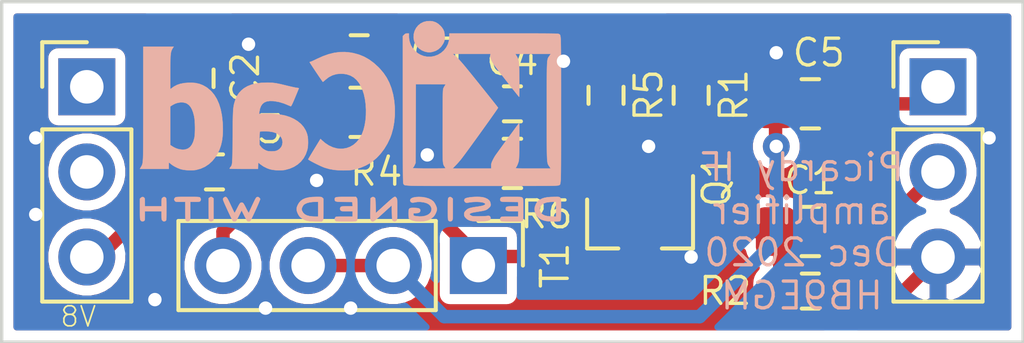
<source format=kicad_pcb>
(kicad_pcb (version 20171130) (host pcbnew 5.1.8)

  (general
    (thickness 1.6)
    (drawings 7)
    (tracks 63)
    (zones 0)
    (modules 16)
    (nets 12)
  )

  (page A4)
  (layers
    (0 F.Cu signal)
    (31 B.Cu signal)
    (32 B.Adhes user hide)
    (33 F.Adhes user hide)
    (34 B.Paste user hide)
    (35 F.Paste user hide)
    (36 B.SilkS user)
    (37 F.SilkS user)
    (38 B.Mask user)
    (39 F.Mask user)
    (40 Dwgs.User user)
    (41 Cmts.User user)
    (42 Eco1.User user)
    (43 Eco2.User user)
    (44 Edge.Cuts user)
    (45 Margin user)
    (46 B.CrtYd user)
    (47 F.CrtYd user)
    (48 B.Fab user hide)
    (49 F.Fab user hide)
  )

  (setup
    (last_trace_width 0.4)
    (user_trace_width 0.25)
    (user_trace_width 0.4)
    (trace_clearance 0.2)
    (zone_clearance 0.3)
    (zone_45_only no)
    (trace_min 0.2)
    (via_size 0.8)
    (via_drill 0.4)
    (via_min_size 0.4)
    (via_min_drill 0.3)
    (user_via 0.45 0.35)
    (uvia_size 0.3)
    (uvia_drill 0.1)
    (uvias_allowed no)
    (uvia_min_size 0.2)
    (uvia_min_drill 0.1)
    (edge_width 0.05)
    (segment_width 0.2)
    (pcb_text_width 0.3)
    (pcb_text_size 1.5 1.5)
    (mod_edge_width 0.1)
    (mod_text_size 0.8 0.8)
    (mod_text_width 0.1)
    (pad_size 1.524 1.524)
    (pad_drill 0.762)
    (pad_to_mask_clearance 0)
    (aux_axis_origin 0 0)
    (visible_elements FFFFFF7F)
    (pcbplotparams
      (layerselection 0x010fc_ffffffff)
      (usegerberextensions false)
      (usegerberattributes true)
      (usegerberadvancedattributes true)
      (creategerberjobfile true)
      (excludeedgelayer true)
      (linewidth 0.100000)
      (plotframeref false)
      (viasonmask false)
      (mode 1)
      (useauxorigin false)
      (hpglpennumber 1)
      (hpglpenspeed 20)
      (hpglpendiameter 15.000000)
      (psnegative false)
      (psa4output false)
      (plotreference true)
      (plotvalue true)
      (plotinvisibletext false)
      (padsonsilk false)
      (subtractmaskfromsilk false)
      (outputformat 1)
      (mirror false)
      (drillshape 0)
      (scaleselection 1)
      (outputdirectory "out"))
  )

  (net 0 "")
  (net 1 IN)
  (net 2 "Net-(C1-Pad1)")
  (net 3 "Net-(C2-Pad2)")
  (net 4 GND)
  (net 5 "Net-(C3-Pad2)")
  (net 6 "Net-(C3-Pad1)")
  (net 7 "Net-(C4-Pad2)")
  (net 8 "Net-(C4-Pad1)")
  (net 9 "Net-(C5-Pad2)")
  (net 10 OUT)
  (net 11 VCC)

  (net_class Default "This is the default net class."
    (clearance 0.2)
    (trace_width 0.25)
    (via_dia 0.8)
    (via_drill 0.4)
    (uvia_dia 0.3)
    (uvia_drill 0.1)
    (add_net GND)
    (add_net IN)
    (add_net "Net-(C1-Pad1)")
    (add_net "Net-(C2-Pad2)")
    (add_net "Net-(C3-Pad1)")
    (add_net "Net-(C3-Pad2)")
    (add_net "Net-(C4-Pad1)")
    (add_net "Net-(C4-Pad2)")
    (add_net "Net-(C5-Pad2)")
    (add_net OUT)
    (add_net VCC)
  )

  (module Symbol:KiCad-Logo2_5mm_SilkScreen locked (layer B.Cu) (tedit 0) (tstamp 5FD0305A)
    (at 45.974 46.736 180)
    (descr "KiCad Logo")
    (tags "Logo KiCad")
    (attr virtual)
    (fp_text reference REF** (at 0 5.08) (layer B.SilkS) hide
      (effects (font (size 0.8 0.8) (thickness 0.1)) (justify mirror))
    )
    (fp_text value KiCad-Logo2_5mm_SilkScreen (at 0 -5.08) (layer B.Fab) hide
      (effects (font (size 1 1) (thickness 0.15)) (justify mirror))
    )
    (fp_poly (pts (xy -2.9464 2.510946) (xy -2.935535 2.397007) (xy -2.903918 2.289384) (xy -2.853015 2.190385)
      (xy -2.784293 2.102316) (xy -2.699219 2.027484) (xy -2.602232 1.969616) (xy -2.495964 1.929995)
      (xy -2.38895 1.911427) (xy -2.2833 1.912566) (xy -2.181125 1.93207) (xy -2.084534 1.968594)
      (xy -1.995638 2.020795) (xy -1.916546 2.087327) (xy -1.849369 2.166848) (xy -1.796217 2.258013)
      (xy -1.759199 2.359477) (xy -1.740427 2.469898) (xy -1.738489 2.519794) (xy -1.738489 2.607733)
      (xy -1.68656 2.607733) (xy -1.650253 2.604889) (xy -1.623355 2.593089) (xy -1.596249 2.569351)
      (xy -1.557867 2.530969) (xy -1.557867 0.339398) (xy -1.557876 0.077261) (xy -1.557908 -0.163241)
      (xy -1.557972 -0.383048) (xy -1.558076 -0.583101) (xy -1.558227 -0.764344) (xy -1.558434 -0.927716)
      (xy -1.558706 -1.07416) (xy -1.55905 -1.204617) (xy -1.559474 -1.320029) (xy -1.559987 -1.421338)
      (xy -1.560597 -1.509484) (xy -1.561312 -1.58541) (xy -1.56214 -1.650057) (xy -1.563089 -1.704367)
      (xy -1.564167 -1.74928) (xy -1.565383 -1.78574) (xy -1.566745 -1.814687) (xy -1.568261 -1.837063)
      (xy -1.569938 -1.853809) (xy -1.571786 -1.865868) (xy -1.573813 -1.87418) (xy -1.576025 -1.879687)
      (xy -1.577108 -1.881537) (xy -1.581271 -1.888549) (xy -1.584805 -1.894996) (xy -1.588635 -1.9009)
      (xy -1.593682 -1.906286) (xy -1.600871 -1.911178) (xy -1.611123 -1.915598) (xy -1.625364 -1.919572)
      (xy -1.644514 -1.923121) (xy -1.669499 -1.92627) (xy -1.70124 -1.929042) (xy -1.740662 -1.931461)
      (xy -1.788686 -1.933551) (xy -1.846237 -1.935335) (xy -1.914237 -1.936837) (xy -1.99361 -1.93808)
      (xy -2.085279 -1.939089) (xy -2.190166 -1.939885) (xy -2.309196 -1.940494) (xy -2.44329 -1.940939)
      (xy -2.593373 -1.941243) (xy -2.760367 -1.94143) (xy -2.945196 -1.941524) (xy -3.148783 -1.941548)
      (xy -3.37205 -1.941525) (xy -3.615922 -1.94148) (xy -3.881321 -1.941437) (xy -3.919704 -1.941432)
      (xy -4.186682 -1.941389) (xy -4.432002 -1.941318) (xy -4.656583 -1.941213) (xy -4.861345 -1.941066)
      (xy -5.047206 -1.940869) (xy -5.215088 -1.940616) (xy -5.365908 -1.9403) (xy -5.500587 -1.939913)
      (xy -5.620044 -1.939447) (xy -5.725199 -1.938897) (xy -5.816971 -1.938253) (xy -5.896279 -1.937511)
      (xy -5.964043 -1.936661) (xy -6.021182 -1.935697) (xy -6.068617 -1.934611) (xy -6.107266 -1.933397)
      (xy -6.138049 -1.932047) (xy -6.161885 -1.930555) (xy -6.179694 -1.928911) (xy -6.192395 -1.927111)
      (xy -6.200908 -1.925145) (xy -6.205266 -1.923477) (xy -6.213728 -1.919906) (xy -6.221497 -1.91727)
      (xy -6.228602 -1.914634) (xy -6.235073 -1.911062) (xy -6.240939 -1.905621) (xy -6.246229 -1.897375)
      (xy -6.250974 -1.88539) (xy -6.255202 -1.868731) (xy -6.258943 -1.846463) (xy -6.262227 -1.817652)
      (xy -6.265083 -1.781363) (xy -6.26754 -1.736661) (xy -6.269629 -1.682611) (xy -6.271378 -1.618279)
      (xy -6.272817 -1.54273) (xy -6.273976 -1.45503) (xy -6.274883 -1.354243) (xy -6.275569 -1.239434)
      (xy -6.276063 -1.10967) (xy -6.276395 -0.964015) (xy -6.276593 -0.801535) (xy -6.276687 -0.621295)
      (xy -6.276708 -0.42236) (xy -6.276685 -0.203796) (xy -6.276646 0.035332) (xy -6.276622 0.29596)
      (xy -6.276622 0.338111) (xy -6.276636 0.601008) (xy -6.276661 0.842268) (xy -6.276671 1.062835)
      (xy -6.276642 1.263648) (xy -6.276548 1.445651) (xy -6.276362 1.609784) (xy -6.276059 1.756989)
      (xy -6.275614 1.888208) (xy -6.275034 1.998133) (xy -5.972197 1.998133) (xy -5.932407 1.940289)
      (xy -5.921236 1.924521) (xy -5.911166 1.910559) (xy -5.902138 1.897216) (xy -5.894097 1.883307)
      (xy -5.886986 1.867644) (xy -5.880747 1.849042) (xy -5.875325 1.826314) (xy -5.870662 1.798273)
      (xy -5.866701 1.763733) (xy -5.863385 1.721508) (xy -5.860659 1.670411) (xy -5.858464 1.609256)
      (xy -5.856745 1.536856) (xy -5.855444 1.452025) (xy -5.854505 1.353578) (xy -5.85387 1.240326)
      (xy -5.853484 1.111084) (xy -5.853288 0.964666) (xy -5.853227 0.799884) (xy -5.853243 0.615553)
      (xy -5.85328 0.410487) (xy -5.853289 0.287867) (xy -5.853265 0.070918) (xy -5.853231 -0.124642)
      (xy -5.853243 -0.299999) (xy -5.853358 -0.456341) (xy -5.85363 -0.594857) (xy -5.854118 -0.716734)
      (xy -5.854876 -0.82316) (xy -5.855962 -0.915322) (xy -5.857431 -0.994409) (xy -5.85934 -1.061608)
      (xy -5.861744 -1.118107) (xy -5.864701 -1.165093) (xy -5.868266 -1.203755) (xy -5.872495 -1.23528)
      (xy -5.877446 -1.260855) (xy -5.883173 -1.28167) (xy -5.889733 -1.298911) (xy -5.897183 -1.313765)
      (xy -5.905579 -1.327422) (xy -5.914976 -1.341069) (xy -5.925432 -1.355893) (xy -5.931523 -1.364783)
      (xy -5.970296 -1.4224) (xy -5.438732 -1.4224) (xy -5.315483 -1.422365) (xy -5.212987 -1.422215)
      (xy -5.12942 -1.421878) (xy -5.062956 -1.421286) (xy -5.011771 -1.420367) (xy -4.974041 -1.419051)
      (xy -4.94794 -1.417269) (xy -4.931644 -1.414951) (xy -4.923328 -1.412026) (xy -4.921168 -1.408424)
      (xy -4.923339 -1.404075) (xy -4.924535 -1.402645) (xy -4.949685 -1.365573) (xy -4.975583 -1.312772)
      (xy -4.999192 -1.25077) (xy -5.007461 -1.224357) (xy -5.012078 -1.206416) (xy -5.015979 -1.185355)
      (xy -5.019248 -1.159089) (xy -5.021966 -1.125532) (xy -5.024215 -1.082599) (xy -5.026077 -1.028204)
      (xy -5.027636 -0.960262) (xy -5.028972 -0.876688) (xy -5.030169 -0.775395) (xy -5.031308 -0.6543)
      (xy -5.031685 -0.6096) (xy -5.032702 -0.484449) (xy -5.03346 -0.380082) (xy -5.033903 -0.294707)
      (xy -5.03397 -0.226533) (xy -5.033605 -0.173765) (xy -5.032748 -0.134614) (xy -5.031341 -0.107285)
      (xy -5.029325 -0.089986) (xy -5.026643 -0.080926) (xy -5.023236 -0.078312) (xy -5.019044 -0.080351)
      (xy -5.014571 -0.084667) (xy -5.004216 -0.097602) (xy -4.982158 -0.126676) (xy -4.949957 -0.169759)
      (xy -4.909174 -0.224718) (xy -4.86137 -0.289423) (xy -4.808105 -0.361742) (xy -4.75094 -0.439544)
      (xy -4.691437 -0.520698) (xy -4.631155 -0.603072) (xy -4.571655 -0.684536) (xy -4.514498 -0.762957)
      (xy -4.461245 -0.836204) (xy -4.413457 -0.902147) (xy -4.372693 -0.958654) (xy -4.340516 -1.003593)
      (xy -4.318485 -1.034834) (xy -4.313917 -1.041466) (xy -4.290996 -1.078369) (xy -4.264188 -1.126359)
      (xy -4.238789 -1.175897) (xy -4.235568 -1.182577) (xy -4.21389 -1.230772) (xy -4.201304 -1.268334)
      (xy -4.195574 -1.30416) (xy -4.194456 -1.3462) (xy -4.19509 -1.4224) (xy -3.040651 -1.4224)
      (xy -3.131815 -1.328669) (xy -3.178612 -1.278775) (xy -3.228899 -1.222295) (xy -3.274944 -1.168026)
      (xy -3.295369 -1.142673) (xy -3.325807 -1.103128) (xy -3.365862 -1.049916) (xy -3.414361 -0.984667)
      (xy -3.470135 -0.909011) (xy -3.532011 -0.824577) (xy -3.598819 -0.732994) (xy -3.669387 -0.635892)
      (xy -3.742545 -0.534901) (xy -3.817121 -0.43165) (xy -3.891944 -0.327768) (xy -3.965843 -0.224885)
      (xy -4.037646 -0.124631) (xy -4.106184 -0.028636) (xy -4.170284 0.061473) (xy -4.228775 0.144064)
      (xy -4.280486 0.217508) (xy -4.324247 0.280176) (xy -4.358885 0.330439) (xy -4.38323 0.366666)
      (xy -4.396111 0.387229) (xy -4.397869 0.391332) (xy -4.38991 0.402658) (xy -4.369115 0.429838)
      (xy -4.336847 0.471171) (xy -4.29447 0.524956) (xy -4.243347 0.589494) (xy -4.184841 0.663082)
      (xy -4.120314 0.744022) (xy -4.051131 0.830612) (xy -3.978653 0.921152) (xy -3.904246 1.01394)
      (xy -3.844517 1.088298) (xy -2.833511 1.088298) (xy -2.827602 1.075341) (xy -2.813272 1.053092)
      (xy -2.812225 1.051609) (xy -2.793438 1.021456) (xy -2.773791 0.984625) (xy -2.769892 0.976489)
      (xy -2.766356 0.96806) (xy -2.76323 0.957941) (xy -2.760486 0.94474) (xy -2.758092 0.927062)
      (xy -2.756019 0.903516) (xy -2.754235 0.872707) (xy -2.752712 0.833243) (xy -2.751419 0.783731)
      (xy -2.750326 0.722777) (xy -2.749403 0.648989) (xy -2.748619 0.560972) (xy -2.747945 0.457335)
      (xy -2.74735 0.336684) (xy -2.746805 0.197626) (xy -2.746279 0.038768) (xy -2.745745 -0.140089)
      (xy -2.745206 -0.325207) (xy -2.744772 -0.489145) (xy -2.744509 -0.633303) (xy -2.744484 -0.759079)
      (xy -2.744765 -0.867871) (xy -2.745419 -0.961077) (xy -2.746514 -1.040097) (xy -2.748118 -1.106328)
      (xy -2.750297 -1.16117) (xy -2.753119 -1.206021) (xy -2.756651 -1.242278) (xy -2.760961 -1.271341)
      (xy -2.766117 -1.294609) (xy -2.772185 -1.313479) (xy -2.779233 -1.329351) (xy -2.787329 -1.343622)
      (xy -2.79654 -1.357691) (xy -2.80504 -1.370158) (xy -2.822176 -1.396452) (xy -2.832322 -1.414037)
      (xy -2.833511 -1.417257) (xy -2.822604 -1.418334) (xy -2.791411 -1.419335) (xy -2.742223 -1.420235)
      (xy -2.677333 -1.42101) (xy -2.59903 -1.421637) (xy -2.509607 -1.422091) (xy -2.411356 -1.422349)
      (xy -2.342445 -1.4224) (xy -2.237452 -1.42218) (xy -2.14061 -1.421548) (xy -2.054107 -1.420549)
      (xy -1.980132 -1.419227) (xy -1.920874 -1.417626) (xy -1.87852 -1.415791) (xy -1.85526 -1.413765)
      (xy -1.851378 -1.412493) (xy -1.859076 -1.397591) (xy -1.867074 -1.38956) (xy -1.880246 -1.372434)
      (xy -1.897485 -1.342183) (xy -1.909407 -1.317622) (xy -1.936045 -1.258711) (xy -1.93912 -0.081845)
      (xy -1.942195 1.095022) (xy -2.387853 1.095022) (xy -2.48567 1.094858) (xy -2.576064 1.094389)
      (xy -2.65663 1.093653) (xy -2.724962 1.092684) (xy -2.778656 1.09152) (xy -2.815305 1.090197)
      (xy -2.832504 1.088751) (xy -2.833511 1.088298) (xy -3.844517 1.088298) (xy -3.82927 1.107278)
      (xy -3.75509 1.199463) (xy -3.683069 1.288796) (xy -3.614569 1.373576) (xy -3.550955 1.452102)
      (xy -3.493588 1.522674) (xy -3.443833 1.583591) (xy -3.403052 1.633153) (xy -3.385888 1.653822)
      (xy -3.299596 1.754484) (xy -3.222997 1.837741) (xy -3.154183 1.905562) (xy -3.091248 1.959911)
      (xy -3.081867 1.967278) (xy -3.042356 1.997883) (xy -4.174116 1.998133) (xy -4.168827 1.950156)
      (xy -4.17213 1.892812) (xy -4.193661 1.824537) (xy -4.233635 1.744788) (xy -4.278943 1.672505)
      (xy -4.295161 1.64986) (xy -4.323214 1.612304) (xy -4.36143 1.561979) (xy -4.408137 1.501027)
      (xy -4.461661 1.431589) (xy -4.520331 1.355806) (xy -4.582475 1.27582) (xy -4.646421 1.193772)
      (xy -4.710495 1.111804) (xy -4.773027 1.032057) (xy -4.832343 0.956673) (xy -4.886771 0.887793)
      (xy -4.934639 0.827558) (xy -4.974275 0.778111) (xy -5.004006 0.741592) (xy -5.022161 0.720142)
      (xy -5.02522 0.716844) (xy -5.028079 0.724851) (xy -5.030293 0.755145) (xy -5.031857 0.807444)
      (xy -5.032767 0.881469) (xy -5.03302 0.976937) (xy -5.032613 1.093566) (xy -5.031704 1.213555)
      (xy -5.030382 1.345667) (xy -5.028857 1.457406) (xy -5.026881 1.550975) (xy -5.024206 1.628581)
      (xy -5.020582 1.692426) (xy -5.015761 1.744717) (xy -5.009494 1.787656) (xy -5.001532 1.823449)
      (xy -4.991627 1.8543) (xy -4.979531 1.882414) (xy -4.964993 1.909995) (xy -4.950311 1.935034)
      (xy -4.912314 1.998133) (xy -5.972197 1.998133) (xy -6.275034 1.998133) (xy -6.275001 2.004383)
      (xy -6.274195 2.106456) (xy -6.27317 2.195367) (xy -6.2719 2.272059) (xy -6.27036 2.337473)
      (xy -6.268524 2.392551) (xy -6.266367 2.438235) (xy -6.263863 2.475466) (xy -6.260987 2.505187)
      (xy -6.257713 2.528338) (xy -6.254015 2.545861) (xy -6.249869 2.558699) (xy -6.245247 2.567792)
      (xy -6.240126 2.574082) (xy -6.234478 2.578512) (xy -6.228279 2.582022) (xy -6.221504 2.585555)
      (xy -6.215508 2.589124) (xy -6.210275 2.5917) (xy -6.202099 2.594028) (xy -6.189886 2.596122)
      (xy -6.172541 2.597993) (xy -6.148969 2.599653) (xy -6.118077 2.601116) (xy -6.078768 2.602392)
      (xy -6.02995 2.603496) (xy -5.970527 2.604439) (xy -5.899404 2.605233) (xy -5.815488 2.605891)
      (xy -5.717683 2.606425) (xy -5.604894 2.606847) (xy -5.476029 2.607171) (xy -5.329991 2.607408)
      (xy -5.165686 2.60757) (xy -4.98202 2.60767) (xy -4.777897 2.60772) (xy -4.566753 2.607733)
      (xy -2.9464 2.607733) (xy -2.9464 2.510946)) (layer B.SilkS) (width 0.01))
    (fp_poly (pts (xy 0.328429 2.050929) (xy 0.48857 2.029755) (xy 0.65251 1.989615) (xy 0.822313 1.930111)
      (xy 1.000043 1.850846) (xy 1.01131 1.845301) (xy 1.069005 1.817275) (xy 1.120552 1.793198)
      (xy 1.162191 1.774751) (xy 1.190162 1.763614) (xy 1.199733 1.761067) (xy 1.21895 1.756059)
      (xy 1.223561 1.751853) (xy 1.218458 1.74142) (xy 1.202418 1.715132) (xy 1.177288 1.675743)
      (xy 1.144914 1.626009) (xy 1.107143 1.568685) (xy 1.065822 1.506524) (xy 1.022798 1.442282)
      (xy 0.979917 1.378715) (xy 0.939026 1.318575) (xy 0.901971 1.26462) (xy 0.8706 1.219603)
      (xy 0.846759 1.186279) (xy 0.832294 1.167403) (xy 0.830309 1.165213) (xy 0.820191 1.169862)
      (xy 0.79785 1.187038) (xy 0.76728 1.21356) (xy 0.751536 1.228036) (xy 0.655047 1.303318)
      (xy 0.548336 1.358759) (xy 0.432832 1.393859) (xy 0.309962 1.40812) (xy 0.240561 1.406949)
      (xy 0.119423 1.389788) (xy 0.010205 1.353906) (xy -0.087418 1.299041) (xy -0.173772 1.22493)
      (xy -0.249185 1.131312) (xy -0.313982 1.017924) (xy -0.351399 0.931333) (xy -0.395252 0.795634)
      (xy -0.427572 0.64815) (xy -0.448443 0.492686) (xy -0.457949 0.333044) (xy -0.456173 0.173027)
      (xy -0.443197 0.016439) (xy -0.419106 -0.132918) (xy -0.383982 -0.27124) (xy -0.337908 -0.394724)
      (xy -0.321627 -0.428978) (xy -0.25338 -0.543064) (xy -0.172921 -0.639557) (xy -0.08143 -0.71767)
      (xy 0.019911 -0.776617) (xy 0.12992 -0.815612) (xy 0.247415 -0.833868) (xy 0.288883 -0.835211)
      (xy 0.410441 -0.82429) (xy 0.530878 -0.791474) (xy 0.648666 -0.737439) (xy 0.762277 -0.662865)
      (xy 0.853685 -0.584539) (xy 0.900215 -0.540008) (xy 1.081483 -0.837271) (xy 1.12658 -0.911433)
      (xy 1.167819 -0.979646) (xy 1.203735 -1.039459) (xy 1.232866 -1.08842) (xy 1.25375 -1.124079)
      (xy 1.264924 -1.143984) (xy 1.266375 -1.147079) (xy 1.258146 -1.156718) (xy 1.232567 -1.173999)
      (xy 1.192873 -1.197283) (xy 1.142297 -1.224934) (xy 1.084074 -1.255315) (xy 1.021437 -1.28679)
      (xy 0.957621 -1.317722) (xy 0.89586 -1.346473) (xy 0.839388 -1.371408) (xy 0.791438 -1.390889)
      (xy 0.767986 -1.399318) (xy 0.634221 -1.437133) (xy 0.496327 -1.462136) (xy 0.348622 -1.47514)
      (xy 0.221833 -1.477468) (xy 0.153878 -1.476373) (xy 0.088277 -1.474275) (xy 0.030847 -1.471434)
      (xy -0.012597 -1.468106) (xy -0.026702 -1.466422) (xy -0.165716 -1.437587) (xy -0.307243 -1.392468)
      (xy -0.444725 -1.33375) (xy -0.571606 -1.26412) (xy -0.649111 -1.211441) (xy -0.776519 -1.103239)
      (xy -0.894822 -0.976671) (xy -1.001828 -0.834866) (xy -1.095348 -0.680951) (xy -1.17319 -0.518053)
      (xy -1.217044 -0.400756) (xy -1.267292 -0.217128) (xy -1.300791 -0.022581) (xy -1.317551 0.178675)
      (xy -1.317584 0.382432) (xy -1.300899 0.584479) (xy -1.267507 0.780608) (xy -1.21742 0.966609)
      (xy -1.213603 0.978197) (xy -1.150719 1.14025) (xy -1.073972 1.288168) (xy -0.980758 1.426135)
      (xy -0.868473 1.558339) (xy -0.824608 1.603601) (xy -0.688466 1.727543) (xy -0.548509 1.830085)
      (xy -0.402589 1.912344) (xy -0.248558 1.975436) (xy -0.084268 2.020477) (xy 0.011289 2.037967)
      (xy 0.170023 2.053534) (xy 0.328429 2.050929)) (layer B.SilkS) (width 0.01))
    (fp_poly (pts (xy 2.673574 1.133448) (xy 2.825492 1.113433) (xy 2.960756 1.079798) (xy 3.080239 1.032275)
      (xy 3.184815 0.970595) (xy 3.262424 0.907035) (xy 3.331265 0.832901) (xy 3.385006 0.753129)
      (xy 3.42791 0.660909) (xy 3.443384 0.617839) (xy 3.456244 0.578858) (xy 3.467446 0.542711)
      (xy 3.47712 0.507566) (xy 3.485396 0.47159) (xy 3.492403 0.43295) (xy 3.498272 0.389815)
      (xy 3.503131 0.340351) (xy 3.50711 0.282727) (xy 3.51034 0.215109) (xy 3.512949 0.135666)
      (xy 3.515067 0.042564) (xy 3.516824 -0.066027) (xy 3.518349 -0.191942) (xy 3.519772 -0.337012)
      (xy 3.521025 -0.479778) (xy 3.522351 -0.635968) (xy 3.523556 -0.771239) (xy 3.524766 -0.887246)
      (xy 3.526106 -0.985645) (xy 3.5277 -1.068093) (xy 3.529675 -1.136246) (xy 3.532156 -1.19176)
      (xy 3.535269 -1.236292) (xy 3.539138 -1.271498) (xy 3.543889 -1.299034) (xy 3.549648 -1.320556)
      (xy 3.556539 -1.337722) (xy 3.564689 -1.352186) (xy 3.574223 -1.365606) (xy 3.585266 -1.379638)
      (xy 3.589566 -1.385071) (xy 3.605386 -1.40791) (xy 3.612422 -1.423463) (xy 3.612444 -1.423922)
      (xy 3.601567 -1.426121) (xy 3.570582 -1.428147) (xy 3.521957 -1.429942) (xy 3.458163 -1.431451)
      (xy 3.381669 -1.432616) (xy 3.294944 -1.43338) (xy 3.200457 -1.433686) (xy 3.18955 -1.433689)
      (xy 2.766657 -1.433689) (xy 2.763395 -1.337622) (xy 2.760133 -1.241556) (xy 2.698044 -1.292543)
      (xy 2.600714 -1.360057) (xy 2.490813 -1.414749) (xy 2.404349 -1.444978) (xy 2.335278 -1.459666)
      (xy 2.251925 -1.469659) (xy 2.162159 -1.474646) (xy 2.073845 -1.474313) (xy 1.994851 -1.468351)
      (xy 1.958622 -1.462638) (xy 1.818603 -1.424776) (xy 1.692178 -1.369932) (xy 1.58026 -1.298924)
      (xy 1.483762 -1.212568) (xy 1.4036 -1.111679) (xy 1.340687 -0.997076) (xy 1.296312 -0.870984)
      (xy 1.283978 -0.814401) (xy 1.276368 -0.752202) (xy 1.272739 -0.677363) (xy 1.272245 -0.643467)
      (xy 1.27231 -0.640282) (xy 2.032248 -0.640282) (xy 2.041541 -0.715333) (xy 2.069728 -0.77916)
      (xy 2.118197 -0.834798) (xy 2.123254 -0.839211) (xy 2.171548 -0.874037) (xy 2.223257 -0.89662)
      (xy 2.283989 -0.90854) (xy 2.359352 -0.911383) (xy 2.377459 -0.910978) (xy 2.431278 -0.908325)
      (xy 2.471308 -0.902909) (xy 2.506324 -0.892745) (xy 2.545103 -0.87585) (xy 2.555745 -0.870672)
      (xy 2.616396 -0.834844) (xy 2.663215 -0.792212) (xy 2.675952 -0.776973) (xy 2.720622 -0.720462)
      (xy 2.720622 -0.524586) (xy 2.720086 -0.445939) (xy 2.718396 -0.387988) (xy 2.715428 -0.348875)
      (xy 2.711057 -0.326741) (xy 2.706972 -0.320274) (xy 2.691047 -0.317111) (xy 2.657264 -0.314488)
      (xy 2.61034 -0.312655) (xy 2.554993 -0.311857) (xy 2.546106 -0.311842) (xy 2.42533 -0.317096)
      (xy 2.32266 -0.333263) (xy 2.236106 -0.360961) (xy 2.163681 -0.400808) (xy 2.108751 -0.447758)
      (xy 2.064204 -0.505645) (xy 2.03948 -0.568693) (xy 2.032248 -0.640282) (xy 1.27231 -0.640282)
      (xy 1.274178 -0.549712) (xy 1.282522 -0.470812) (xy 1.298768 -0.39959) (xy 1.324405 -0.328864)
      (xy 1.348401 -0.276493) (xy 1.40702 -0.181196) (xy 1.485117 -0.09317) (xy 1.580315 -0.014017)
      (xy 1.690238 0.05466) (xy 1.81251 0.111259) (xy 1.944755 0.154179) (xy 2.009422 0.169118)
      (xy 2.145604 0.191223) (xy 2.294049 0.205806) (xy 2.445505 0.212187) (xy 2.572064 0.210555)
      (xy 2.73395 0.203776) (xy 2.72653 0.262755) (xy 2.707238 0.361908) (xy 2.676104 0.442628)
      (xy 2.632269 0.505534) (xy 2.574871 0.551244) (xy 2.503048 0.580378) (xy 2.415941 0.593553)
      (xy 2.312686 0.591389) (xy 2.274711 0.587388) (xy 2.13352 0.56222) (xy 1.996707 0.521186)
      (xy 1.902178 0.483185) (xy 1.857018 0.46381) (xy 1.818585 0.44824) (xy 1.792234 0.438595)
      (xy 1.784546 0.436548) (xy 1.774802 0.445626) (xy 1.758083 0.474595) (xy 1.734232 0.523783)
      (xy 1.703093 0.593516) (xy 1.664507 0.684121) (xy 1.65791 0.699911) (xy 1.627853 0.772228)
      (xy 1.600874 0.837575) (xy 1.578136 0.893094) (xy 1.560806 0.935928) (xy 1.550048 0.963219)
      (xy 1.546941 0.972058) (xy 1.55694 0.976813) (xy 1.583217 0.98209) (xy 1.611489 0.985769)
      (xy 1.641646 0.990526) (xy 1.689433 0.999972) (xy 1.750612 1.01318) (xy 1.820946 1.029224)
      (xy 1.896194 1.04718) (xy 1.924755 1.054203) (xy 2.029816 1.079791) (xy 2.11748 1.099853)
      (xy 2.192068 1.115031) (xy 2.257903 1.125965) (xy 2.319307 1.133296) (xy 2.380602 1.137665)
      (xy 2.44611 1.139713) (xy 2.504128 1.140111) (xy 2.673574 1.133448)) (layer B.SilkS) (width 0.01))
    (fp_poly (pts (xy 6.186507 0.527755) (xy 6.186526 0.293338) (xy 6.186552 0.080397) (xy 6.186625 -0.112168)
      (xy 6.186782 -0.285459) (xy 6.187064 -0.440576) (xy 6.187509 -0.57862) (xy 6.188156 -0.700692)
      (xy 6.189045 -0.807894) (xy 6.190213 -0.901326) (xy 6.191701 -0.98209) (xy 6.193546 -1.051286)
      (xy 6.195789 -1.110015) (xy 6.198469 -1.159379) (xy 6.201623 -1.200478) (xy 6.205292 -1.234413)
      (xy 6.209513 -1.262286) (xy 6.214327 -1.285198) (xy 6.219773 -1.304249) (xy 6.225888 -1.32054)
      (xy 6.232712 -1.335173) (xy 6.240285 -1.349249) (xy 6.248645 -1.363868) (xy 6.253839 -1.372974)
      (xy 6.288104 -1.433689) (xy 5.429955 -1.433689) (xy 5.429955 -1.337733) (xy 5.429224 -1.29437)
      (xy 5.427272 -1.261205) (xy 5.424463 -1.243424) (xy 5.423221 -1.241778) (xy 5.411799 -1.248662)
      (xy 5.389084 -1.266505) (xy 5.366385 -1.285879) (xy 5.3118 -1.326614) (xy 5.242321 -1.367617)
      (xy 5.16527 -1.405123) (xy 5.087965 -1.435364) (xy 5.057113 -1.445012) (xy 4.988616 -1.459578)
      (xy 4.905764 -1.469539) (xy 4.816371 -1.474583) (xy 4.728248 -1.474396) (xy 4.649207 -1.468666)
      (xy 4.611511 -1.462858) (xy 4.473414 -1.424797) (xy 4.346113 -1.367073) (xy 4.230292 -1.290211)
      (xy 4.126637 -1.194739) (xy 4.035833 -1.081179) (xy 3.969031 -0.970381) (xy 3.914164 -0.853625)
      (xy 3.872163 -0.734276) (xy 3.842167 -0.608283) (xy 3.823311 -0.471594) (xy 3.814732 -0.320158)
      (xy 3.814006 -0.242711) (xy 3.8161 -0.185934) (xy 4.645217 -0.185934) (xy 4.645424 -0.279002)
      (xy 4.648337 -0.366692) (xy 4.654 -0.443772) (xy 4.662455 -0.505009) (xy 4.665038 -0.51735)
      (xy 4.69684 -0.624633) (xy 4.738498 -0.711658) (xy 4.790363 -0.778642) (xy 4.852781 -0.825805)
      (xy 4.9261 -0.853365) (xy 5.010669 -0.861541) (xy 5.106835 -0.850551) (xy 5.170311 -0.834829)
      (xy 5.219454 -0.816639) (xy 5.273583 -0.790791) (xy 5.314244 -0.767089) (xy 5.3848 -0.720721)
      (xy 5.3848 0.42947) (xy 5.317392 0.473038) (xy 5.238867 0.51396) (xy 5.154681 0.540611)
      (xy 5.069557 0.552535) (xy 4.988216 0.549278) (xy 4.91538 0.530385) (xy 4.883426 0.514816)
      (xy 4.825501 0.471819) (xy 4.776544 0.415047) (xy 4.73539 0.342425) (xy 4.700874 0.251879)
      (xy 4.671833 0.141334) (xy 4.670552 0.135467) (xy 4.660381 0.073212) (xy 4.652739 -0.004594)
      (xy 4.64767 -0.09272) (xy 4.645217 -0.185934) (xy 3.8161 -0.185934) (xy 3.821857 -0.029895)
      (xy 3.843802 0.165941) (xy 3.879786 0.344668) (xy 3.929759 0.506155) (xy 3.993668 0.650274)
      (xy 4.071462 0.776894) (xy 4.163089 0.885885) (xy 4.268497 0.977117) (xy 4.313662 1.008068)
      (xy 4.414611 1.064215) (xy 4.517901 1.103826) (xy 4.627989 1.127986) (xy 4.74933 1.137781)
      (xy 4.841836 1.136735) (xy 4.97149 1.125769) (xy 5.084084 1.103954) (xy 5.182875 1.070286)
      (xy 5.271121 1.023764) (xy 5.319986 0.989552) (xy 5.349353 0.967638) (xy 5.371043 0.952667)
      (xy 5.379253 0.948267) (xy 5.380868 0.959096) (xy 5.382159 0.989749) (xy 5.383138 1.037474)
      (xy 5.383817 1.099521) (xy 5.38421 1.173138) (xy 5.38433 1.255573) (xy 5.384188 1.344075)
      (xy 5.383797 1.435893) (xy 5.383171 1.528276) (xy 5.38232 1.618472) (xy 5.38126 1.703729)
      (xy 5.380001 1.781297) (xy 5.378556 1.848424) (xy 5.376938 1.902359) (xy 5.375161 1.94035)
      (xy 5.374669 1.947333) (xy 5.367092 2.017749) (xy 5.355531 2.072898) (xy 5.337792 2.120019)
      (xy 5.311682 2.166353) (xy 5.305415 2.175933) (xy 5.280983 2.212622) (xy 6.186311 2.212622)
      (xy 6.186507 0.527755)) (layer B.SilkS) (width 0.01))
    (fp_poly (pts (xy -2.273043 2.973429) (xy -2.176768 2.949191) (xy -2.090184 2.906359) (xy -2.015373 2.846581)
      (xy -1.954418 2.771506) (xy -1.909399 2.68278) (xy -1.883136 2.58647) (xy -1.877286 2.489205)
      (xy -1.89214 2.395346) (xy -1.92584 2.307489) (xy -1.976528 2.22823) (xy -2.042345 2.160164)
      (xy -2.121434 2.105888) (xy -2.211934 2.067998) (xy -2.2632 2.055574) (xy -2.307698 2.048053)
      (xy -2.341999 2.045081) (xy -2.37496 2.046906) (xy -2.415434 2.053775) (xy -2.448531 2.06075)
      (xy -2.541947 2.092259) (xy -2.625619 2.143383) (xy -2.697665 2.212571) (xy -2.7562 2.298272)
      (xy -2.770148 2.325511) (xy -2.786586 2.361878) (xy -2.796894 2.392418) (xy -2.80246 2.42455)
      (xy -2.804669 2.465693) (xy -2.804948 2.511778) (xy -2.800861 2.596135) (xy -2.787446 2.665414)
      (xy -2.762256 2.726039) (xy -2.722846 2.784433) (xy -2.684298 2.828698) (xy -2.612406 2.894516)
      (xy -2.537313 2.939947) (xy -2.454562 2.96715) (xy -2.376928 2.977424) (xy -2.273043 2.973429)) (layer B.SilkS) (width 0.01))
    (fp_poly (pts (xy -6.121371 -2.269066) (xy -6.081889 -2.269467) (xy -5.9662 -2.272259) (xy -5.869311 -2.28055)
      (xy -5.787919 -2.295232) (xy -5.718723 -2.317193) (xy -5.65842 -2.347322) (xy -5.603708 -2.38651)
      (xy -5.584167 -2.403532) (xy -5.55175 -2.443363) (xy -5.52252 -2.497413) (xy -5.499991 -2.557323)
      (xy -5.487679 -2.614739) (xy -5.4864 -2.635956) (xy -5.494417 -2.694769) (xy -5.515899 -2.759013)
      (xy -5.546999 -2.819821) (xy -5.583866 -2.86833) (xy -5.589854 -2.874182) (xy -5.640579 -2.915321)
      (xy -5.696125 -2.947435) (xy -5.759696 -2.971365) (xy -5.834494 -2.987953) (xy -5.923722 -2.998041)
      (xy -6.030582 -3.002469) (xy -6.079528 -3.002845) (xy -6.141762 -3.002545) (xy -6.185528 -3.001292)
      (xy -6.214931 -2.998554) (xy -6.234079 -2.993801) (xy -6.247077 -2.986501) (xy -6.254045 -2.980267)
      (xy -6.260626 -2.972694) (xy -6.265788 -2.962924) (xy -6.269703 -2.94834) (xy -6.272543 -2.926326)
      (xy -6.27448 -2.894264) (xy -6.275684 -2.849536) (xy -6.276328 -2.789526) (xy -6.276583 -2.711617)
      (xy -6.276622 -2.635956) (xy -6.27687 -2.535041) (xy -6.276817 -2.454427) (xy -6.275857 -2.415822)
      (xy -6.129867 -2.415822) (xy -6.129867 -2.856089) (xy -6.036734 -2.856004) (xy -5.980693 -2.854396)
      (xy -5.921999 -2.850256) (xy -5.873028 -2.844464) (xy -5.871538 -2.844226) (xy -5.792392 -2.82509)
      (xy -5.731002 -2.795287) (xy -5.684305 -2.752878) (xy -5.654635 -2.706961) (xy -5.636353 -2.656026)
      (xy -5.637771 -2.6082) (xy -5.658988 -2.556933) (xy -5.700489 -2.503899) (xy -5.757998 -2.4646)
      (xy -5.83275 -2.438331) (xy -5.882708 -2.429035) (xy -5.939416 -2.422507) (xy -5.999519 -2.417782)
      (xy -6.050639 -2.415817) (xy -6.053667 -2.415808) (xy -6.129867 -2.415822) (xy -6.275857 -2.415822)
      (xy -6.27526 -2.391851) (xy -6.270998 -2.345055) (xy -6.26283 -2.311778) (xy -6.249556 -2.289759)
      (xy -6.229974 -2.276739) (xy -6.202883 -2.270457) (xy -6.167082 -2.268653) (xy -6.121371 -2.269066)) (layer B.SilkS) (width 0.01))
    (fp_poly (pts (xy -4.712794 -2.269146) (xy -4.643386 -2.269518) (xy -4.590997 -2.270385) (xy -4.552847 -2.271946)
      (xy -4.526159 -2.274403) (xy -4.508153 -2.277957) (xy -4.496049 -2.28281) (xy -4.487069 -2.289161)
      (xy -4.483818 -2.292084) (xy -4.464043 -2.323142) (xy -4.460482 -2.358828) (xy -4.473491 -2.39051)
      (xy -4.479506 -2.396913) (xy -4.489235 -2.403121) (xy -4.504901 -2.40791) (xy -4.529408 -2.411514)
      (xy -4.565661 -2.414164) (xy -4.616565 -2.416095) (xy -4.685026 -2.417539) (xy -4.747617 -2.418418)
      (xy -4.995334 -2.421467) (xy -4.998719 -2.486378) (xy -5.002105 -2.551289) (xy -4.833958 -2.551289)
      (xy -4.760959 -2.551919) (xy -4.707517 -2.554553) (xy -4.670628 -2.560309) (xy -4.647288 -2.570304)
      (xy -4.634494 -2.585656) (xy -4.629242 -2.607482) (xy -4.628445 -2.627738) (xy -4.630923 -2.652592)
      (xy -4.640277 -2.670906) (xy -4.659383 -2.683637) (xy -4.691118 -2.691741) (xy -4.738359 -2.696176)
      (xy -4.803983 -2.697899) (xy -4.839801 -2.698045) (xy -5.000978 -2.698045) (xy -5.000978 -2.856089)
      (xy -4.752622 -2.856089) (xy -4.671213 -2.856202) (xy -4.609342 -2.856712) (xy -4.563968 -2.85787)
      (xy -4.532054 -2.85993) (xy -4.510559 -2.863146) (xy -4.496443 -2.867772) (xy -4.486668 -2.874059)
      (xy -4.481689 -2.878667) (xy -4.46461 -2.90556) (xy -4.459111 -2.929467) (xy -4.466963 -2.958667)
      (xy -4.481689 -2.980267) (xy -4.489546 -2.987066) (xy -4.499688 -2.992346) (xy -4.514844 -2.996298)
      (xy -4.537741 -2.999113) (xy -4.571109 -3.000982) (xy -4.617675 -3.002098) (xy -4.680167 -3.002651)
      (xy -4.761314 -3.002833) (xy -4.803422 -3.002845) (xy -4.893598 -3.002765) (xy -4.963924 -3.002398)
      (xy -5.017129 -3.001552) (xy -5.05594 -3.000036) (xy -5.083087 -2.997659) (xy -5.101298 -2.994229)
      (xy -5.1133 -2.989554) (xy -5.121822 -2.983444) (xy -5.125156 -2.980267) (xy -5.131755 -2.97267)
      (xy -5.136927 -2.96287) (xy -5.140846 -2.948239) (xy -5.143684 -2.926152) (xy -5.145615 -2.893982)
      (xy -5.146812 -2.849103) (xy -5.147448 -2.788889) (xy -5.147697 -2.710713) (xy -5.147734 -2.637923)
      (xy -5.1477 -2.544707) (xy -5.147465 -2.471431) (xy -5.14683 -2.415458) (xy -5.145594 -2.374151)
      (xy -5.143556 -2.344872) (xy -5.140517 -2.324984) (xy -5.136277 -2.31185) (xy -5.130635 -2.302832)
      (xy -5.123391 -2.295293) (xy -5.121606 -2.293612) (xy -5.112945 -2.286172) (xy -5.102882 -2.280409)
      (xy -5.088625 -2.276112) (xy -5.067383 -2.273064) (xy -5.036364 -2.271051) (xy -4.992777 -2.26986)
      (xy -4.933831 -2.269275) (xy -4.856734 -2.269083) (xy -4.802001 -2.269067) (xy -4.712794 -2.269146)) (layer B.SilkS) (width 0.01))
    (fp_poly (pts (xy -3.691703 -2.270351) (xy -3.616888 -2.275581) (xy -3.547306 -2.28375) (xy -3.487002 -2.29455)
      (xy -3.44002 -2.307673) (xy -3.410406 -2.322813) (xy -3.40586 -2.327269) (xy -3.390054 -2.36185)
      (xy -3.394847 -2.397351) (xy -3.419364 -2.427725) (xy -3.420534 -2.428596) (xy -3.434954 -2.437954)
      (xy -3.450008 -2.442876) (xy -3.471005 -2.443473) (xy -3.503257 -2.439861) (xy -3.552073 -2.432154)
      (xy -3.556 -2.431505) (xy -3.628739 -2.422569) (xy -3.707217 -2.418161) (xy -3.785927 -2.418119)
      (xy -3.859361 -2.422279) (xy -3.922011 -2.430479) (xy -3.96837 -2.442557) (xy -3.971416 -2.443771)
      (xy -4.005048 -2.462615) (xy -4.016864 -2.481685) (xy -4.007614 -2.500439) (xy -3.978047 -2.518337)
      (xy -3.928911 -2.534837) (xy -3.860957 -2.549396) (xy -3.815645 -2.556406) (xy -3.721456 -2.569889)
      (xy -3.646544 -2.582214) (xy -3.587717 -2.594449) (xy -3.541785 -2.607661) (xy -3.505555 -2.622917)
      (xy -3.475838 -2.641285) (xy -3.449442 -2.663831) (xy -3.42823 -2.685971) (xy -3.403065 -2.716819)
      (xy -3.390681 -2.743345) (xy -3.386808 -2.776026) (xy -3.386667 -2.787995) (xy -3.389576 -2.827712)
      (xy -3.401202 -2.857259) (xy -3.421323 -2.883486) (xy -3.462216 -2.923576) (xy -3.507817 -2.954149)
      (xy -3.561513 -2.976203) (xy -3.626692 -2.990735) (xy -3.706744 -2.998741) (xy -3.805057 -3.001218)
      (xy -3.821289 -3.001177) (xy -3.886849 -2.999818) (xy -3.951866 -2.99673) (xy -4.009252 -2.992356)
      (xy -4.051922 -2.98714) (xy -4.055372 -2.986541) (xy -4.097796 -2.976491) (xy -4.13378 -2.963796)
      (xy -4.15415 -2.95219) (xy -4.173107 -2.921572) (xy -4.174427 -2.885918) (xy -4.158085 -2.854144)
      (xy -4.154429 -2.850551) (xy -4.139315 -2.839876) (xy -4.120415 -2.835276) (xy -4.091162 -2.836059)
      (xy -4.055651 -2.840127) (xy -4.01597 -2.843762) (xy -3.960345 -2.846828) (xy -3.895406 -2.849053)
      (xy -3.827785 -2.850164) (xy -3.81 -2.850237) (xy -3.742128 -2.849964) (xy -3.692454 -2.848646)
      (xy -3.65661 -2.845827) (xy -3.630224 -2.84105) (xy -3.608926 -2.833857) (xy -3.596126 -2.827867)
      (xy -3.568 -2.811233) (xy -3.550068 -2.796168) (xy -3.547447 -2.791897) (xy -3.552976 -2.774263)
      (xy -3.57926 -2.757192) (xy -3.624478 -2.741458) (xy -3.686808 -2.727838) (xy -3.705171 -2.724804)
      (xy -3.80109 -2.709738) (xy -3.877641 -2.697146) (xy -3.93778 -2.686111) (xy -3.98446 -2.67572)
      (xy -4.020637 -2.665056) (xy -4.049265 -2.653205) (xy -4.073298 -2.639251) (xy -4.095692 -2.622281)
      (xy -4.119402 -2.601378) (xy -4.12738 -2.594049) (xy -4.155353 -2.566699) (xy -4.17016 -2.545029)
      (xy -4.175952 -2.520232) (xy -4.176889 -2.488983) (xy -4.166575 -2.427705) (xy -4.135752 -2.37564)
      (xy -4.084595 -2.332958) (xy -4.013283 -2.299825) (xy -3.9624 -2.284964) (xy -3.9071 -2.275366)
      (xy -3.840853 -2.269936) (xy -3.767706 -2.268367) (xy -3.691703 -2.270351)) (layer B.SilkS) (width 0.01))
    (fp_poly (pts (xy -2.923822 -2.291645) (xy -2.917242 -2.299218) (xy -2.912079 -2.308987) (xy -2.908164 -2.323571)
      (xy -2.905324 -2.345585) (xy -2.903387 -2.377648) (xy -2.902183 -2.422375) (xy -2.901539 -2.482385)
      (xy -2.901284 -2.560294) (xy -2.901245 -2.635956) (xy -2.901314 -2.729802) (xy -2.901638 -2.803689)
      (xy -2.902386 -2.860232) (xy -2.903732 -2.902049) (xy -2.905846 -2.931757) (xy -2.9089 -2.951973)
      (xy -2.913066 -2.965314) (xy -2.918516 -2.974398) (xy -2.923822 -2.980267) (xy -2.956826 -2.999947)
      (xy -2.991991 -2.998181) (xy -3.023455 -2.976717) (xy -3.030684 -2.968337) (xy -3.036334 -2.958614)
      (xy -3.040599 -2.944861) (xy -3.043673 -2.924389) (xy -3.045752 -2.894512) (xy -3.04703 -2.852541)
      (xy -3.047701 -2.795789) (xy -3.047959 -2.721567) (xy -3.048 -2.637537) (xy -3.048 -2.324485)
      (xy -3.020291 -2.296776) (xy -2.986137 -2.273463) (xy -2.953006 -2.272623) (xy -2.923822 -2.291645)) (layer B.SilkS) (width 0.01))
    (fp_poly (pts (xy -1.950081 -2.274599) (xy -1.881565 -2.286095) (xy -1.828943 -2.303967) (xy -1.794708 -2.327499)
      (xy -1.785379 -2.340924) (xy -1.775893 -2.372148) (xy -1.782277 -2.400395) (xy -1.80243 -2.427182)
      (xy -1.833745 -2.439713) (xy -1.879183 -2.438696) (xy -1.914326 -2.431906) (xy -1.992419 -2.418971)
      (xy -2.072226 -2.417742) (xy -2.161555 -2.428241) (xy -2.186229 -2.43269) (xy -2.269291 -2.456108)
      (xy -2.334273 -2.490945) (xy -2.380461 -2.536604) (xy -2.407145 -2.592494) (xy -2.412663 -2.621388)
      (xy -2.409051 -2.680012) (xy -2.385729 -2.731879) (xy -2.344824 -2.775978) (xy -2.288459 -2.811299)
      (xy -2.21876 -2.836829) (xy -2.137852 -2.851559) (xy -2.04786 -2.854478) (xy -1.95091 -2.844575)
      (xy -1.945436 -2.843641) (xy -1.906875 -2.836459) (xy -1.885494 -2.829521) (xy -1.876227 -2.819227)
      (xy -1.874006 -2.801976) (xy -1.873956 -2.792841) (xy -1.873956 -2.754489) (xy -1.942431 -2.754489)
      (xy -2.0029 -2.750347) (xy -2.044165 -2.737147) (xy -2.068175 -2.71373) (xy -2.076877 -2.678936)
      (xy -2.076983 -2.674394) (xy -2.071892 -2.644654) (xy -2.054433 -2.623419) (xy -2.021939 -2.609366)
      (xy -1.971743 -2.601173) (xy -1.923123 -2.598161) (xy -1.852456 -2.596433) (xy -1.801198 -2.59907)
      (xy -1.766239 -2.6088) (xy -1.74447 -2.628353) (xy -1.73278 -2.660456) (xy -1.72806 -2.707838)
      (xy -1.7272 -2.770071) (xy -1.728609 -2.839535) (xy -1.732848 -2.886786) (xy -1.739936 -2.912012)
      (xy -1.741311 -2.913988) (xy -1.780228 -2.945508) (xy -1.837286 -2.97047) (xy -1.908869 -2.98834)
      (xy -1.991358 -2.998586) (xy -2.081139 -3.000673) (xy -2.174592 -2.994068) (xy -2.229556 -2.985956)
      (xy -2.315766 -2.961554) (xy -2.395892 -2.921662) (xy -2.462977 -2.869887) (xy -2.473173 -2.859539)
      (xy -2.506302 -2.816035) (xy -2.536194 -2.762118) (xy -2.559357 -2.705592) (xy -2.572298 -2.654259)
      (xy -2.573858 -2.634544) (xy -2.567218 -2.593419) (xy -2.549568 -2.542252) (xy -2.524297 -2.488394)
      (xy -2.494789 -2.439195) (xy -2.468719 -2.406334) (xy -2.407765 -2.357452) (xy -2.328969 -2.318545)
      (xy -2.235157 -2.290494) (xy -2.12915 -2.274179) (xy -2.032 -2.270192) (xy -1.950081 -2.274599)) (layer B.SilkS) (width 0.01))
    (fp_poly (pts (xy -1.300114 -2.273448) (xy -1.276548 -2.287273) (xy -1.245735 -2.309881) (xy -1.206078 -2.342338)
      (xy -1.15598 -2.385708) (xy -1.093843 -2.441058) (xy -1.018072 -2.509451) (xy -0.931334 -2.588084)
      (xy -0.750711 -2.751878) (xy -0.745067 -2.532029) (xy -0.743029 -2.456351) (xy -0.741063 -2.399994)
      (xy -0.738734 -2.359706) (xy -0.735606 -2.332235) (xy -0.731245 -2.314329) (xy -0.725216 -2.302737)
      (xy -0.717084 -2.294208) (xy -0.712772 -2.290623) (xy -0.678241 -2.27167) (xy -0.645383 -2.274441)
      (xy -0.619318 -2.290633) (xy -0.592667 -2.312199) (xy -0.589352 -2.627151) (xy -0.588435 -2.719779)
      (xy -0.587968 -2.792544) (xy -0.588113 -2.848161) (xy -0.589032 -2.889342) (xy -0.590887 -2.918803)
      (xy -0.593839 -2.939255) (xy -0.59805 -2.953413) (xy -0.603682 -2.963991) (xy -0.609927 -2.972474)
      (xy -0.623439 -2.988207) (xy -0.636883 -2.998636) (xy -0.652124 -3.002639) (xy -0.671026 -2.999094)
      (xy -0.695455 -2.986879) (xy -0.727273 -2.964871) (xy -0.768348 -2.931949) (xy -0.820542 -2.886991)
      (xy -0.885722 -2.828875) (xy -0.959556 -2.762099) (xy -1.224845 -2.521458) (xy -1.230489 -2.740589)
      (xy -1.232531 -2.816128) (xy -1.234502 -2.872354) (xy -1.236839 -2.912524) (xy -1.239981 -2.939896)
      (xy -1.244364 -2.957728) (xy -1.250424 -2.969279) (xy -1.2586 -2.977807) (xy -1.262784 -2.981282)
      (xy -1.299765 -3.000372) (xy -1.334708 -2.997493) (xy -1.365136 -2.9731) (xy -1.372097 -2.963286)
      (xy -1.377523 -2.951826) (xy -1.381603 -2.935968) (xy -1.384529 -2.912963) (xy -1.386492 -2.880062)
      (xy -1.387683 -2.834516) (xy -1.388292 -2.773573) (xy -1.388511 -2.694486) (xy -1.388534 -2.635956)
      (xy -1.38846 -2.544407) (xy -1.388113 -2.472687) (xy -1.387301 -2.418045) (xy -1.385833 -2.377732)
      (xy -1.383519 -2.348998) (xy -1.380167 -2.329093) (xy -1.375588 -2.315268) (xy -1.369589 -2.304772)
      (xy -1.365136 -2.298811) (xy -1.35385 -2.284691) (xy -1.343301 -2.274029) (xy -1.331893 -2.267892)
      (xy -1.31803 -2.267343) (xy -1.300114 -2.273448)) (layer B.SilkS) (width 0.01))
    (fp_poly (pts (xy 0.230343 -2.26926) (xy 0.306701 -2.270174) (xy 0.365217 -2.272311) (xy 0.408255 -2.276175)
      (xy 0.438183 -2.282267) (xy 0.457368 -2.29109) (xy 0.468176 -2.303146) (xy 0.472973 -2.318939)
      (xy 0.474127 -2.33897) (xy 0.474133 -2.341335) (xy 0.473131 -2.363992) (xy 0.468396 -2.381503)
      (xy 0.457333 -2.394574) (xy 0.437348 -2.403913) (xy 0.405846 -2.410227) (xy 0.360232 -2.414222)
      (xy 0.297913 -2.416606) (xy 0.216293 -2.418086) (xy 0.191277 -2.418414) (xy -0.0508 -2.421467)
      (xy -0.054186 -2.486378) (xy -0.057571 -2.551289) (xy 0.110576 -2.551289) (xy 0.176266 -2.551531)
      (xy 0.223172 -2.552556) (xy 0.255083 -2.554811) (xy 0.275791 -2.558742) (xy 0.289084 -2.564798)
      (xy 0.298755 -2.573424) (xy 0.298817 -2.573493) (xy 0.316356 -2.607112) (xy 0.315722 -2.643448)
      (xy 0.297314 -2.674423) (xy 0.293671 -2.677607) (xy 0.280741 -2.685812) (xy 0.263024 -2.691521)
      (xy 0.23657 -2.695162) (xy 0.197432 -2.697167) (xy 0.141662 -2.697964) (xy 0.105994 -2.698045)
      (xy -0.056445 -2.698045) (xy -0.056445 -2.856089) (xy 0.190161 -2.856089) (xy 0.27158 -2.856231)
      (xy 0.33341 -2.856814) (xy 0.378637 -2.858068) (xy 0.410248 -2.860227) (xy 0.431231 -2.863523)
      (xy 0.444573 -2.868189) (xy 0.453261 -2.874457) (xy 0.45545 -2.876733) (xy 0.471614 -2.90828)
      (xy 0.472797 -2.944168) (xy 0.459536 -2.975285) (xy 0.449043 -2.985271) (xy 0.438129 -2.990769)
      (xy 0.421217 -2.995022) (xy 0.395633 -2.99818) (xy 0.358701 -3.000392) (xy 0.307746 -3.001806)
      (xy 0.240094 -3.002572) (xy 0.153069 -3.002838) (xy 0.133394 -3.002845) (xy 0.044911 -3.002787)
      (xy -0.023773 -3.002467) (xy -0.075436 -3.001667) (xy -0.112855 -3.000167) (xy -0.13881 -2.997749)
      (xy -0.156078 -2.994194) (xy -0.167438 -2.989282) (xy -0.175668 -2.982795) (xy -0.180183 -2.978138)
      (xy -0.186979 -2.969889) (xy -0.192288 -2.959669) (xy -0.196294 -2.9448) (xy -0.199179 -2.922602)
      (xy -0.201126 -2.890393) (xy -0.202319 -2.845496) (xy -0.202939 -2.785228) (xy -0.203171 -2.706911)
      (xy -0.2032 -2.640994) (xy -0.203129 -2.548628) (xy -0.202792 -2.476117) (xy -0.202002 -2.420737)
      (xy -0.200574 -2.379765) (xy -0.198321 -2.350478) (xy -0.195057 -2.330153) (xy -0.190596 -2.316066)
      (xy -0.184752 -2.305495) (xy -0.179803 -2.298811) (xy -0.156406 -2.269067) (xy 0.133774 -2.269067)
      (xy 0.230343 -2.26926)) (layer B.SilkS) (width 0.01))
    (fp_poly (pts (xy 1.018309 -2.269275) (xy 1.147288 -2.273636) (xy 1.256991 -2.286861) (xy 1.349226 -2.309741)
      (xy 1.425802 -2.34307) (xy 1.488527 -2.387638) (xy 1.539212 -2.444236) (xy 1.579663 -2.513658)
      (xy 1.580459 -2.515351) (xy 1.604601 -2.577483) (xy 1.613203 -2.632509) (xy 1.606231 -2.687887)
      (xy 1.583654 -2.751073) (xy 1.579372 -2.760689) (xy 1.550172 -2.816966) (xy 1.517356 -2.860451)
      (xy 1.475002 -2.897417) (xy 1.41719 -2.934135) (xy 1.413831 -2.936052) (xy 1.363504 -2.960227)
      (xy 1.306621 -2.978282) (xy 1.239527 -2.990839) (xy 1.158565 -2.998522) (xy 1.060082 -3.001953)
      (xy 1.025286 -3.002251) (xy 0.859594 -3.002845) (xy 0.836197 -2.9731) (xy 0.829257 -2.963319)
      (xy 0.823842 -2.951897) (xy 0.819765 -2.936095) (xy 0.816837 -2.913175) (xy 0.814867 -2.880396)
      (xy 0.814225 -2.856089) (xy 0.970844 -2.856089) (xy 1.064726 -2.856089) (xy 1.119664 -2.854483)
      (xy 1.17606 -2.850255) (xy 1.222345 -2.844292) (xy 1.225139 -2.84379) (xy 1.307348 -2.821736)
      (xy 1.371114 -2.7886) (xy 1.418452 -2.742847) (xy 1.451382 -2.682939) (xy 1.457108 -2.667061)
      (xy 1.462721 -2.642333) (xy 1.460291 -2.617902) (xy 1.448467 -2.5854) (xy 1.44134 -2.569434)
      (xy 1.418 -2.527006) (xy 1.38988 -2.49724) (xy 1.35894 -2.476511) (xy 1.296966 -2.449537)
      (xy 1.217651 -2.429998) (xy 1.125253 -2.418746) (xy 1.058333 -2.41627) (xy 0.970844 -2.415822)
      (xy 0.970844 -2.856089) (xy 0.814225 -2.856089) (xy 0.813668 -2.835021) (xy 0.81305 -2.774311)
      (xy 0.812825 -2.695526) (xy 0.8128 -2.63392) (xy 0.8128 -2.324485) (xy 0.840509 -2.296776)
      (xy 0.852806 -2.285544) (xy 0.866103 -2.277853) (xy 0.884672 -2.27304) (xy 0.912786 -2.270446)
      (xy 0.954717 -2.26941) (xy 1.014737 -2.26927) (xy 1.018309 -2.269275)) (layer B.SilkS) (width 0.01))
    (fp_poly (pts (xy 3.744665 -2.271034) (xy 3.764255 -2.278035) (xy 3.76501 -2.278377) (xy 3.791613 -2.298678)
      (xy 3.80627 -2.319561) (xy 3.809138 -2.329352) (xy 3.808996 -2.342361) (xy 3.804961 -2.360895)
      (xy 3.796146 -2.387257) (xy 3.781669 -2.423752) (xy 3.760645 -2.472687) (xy 3.732188 -2.536365)
      (xy 3.695415 -2.617093) (xy 3.675175 -2.661216) (xy 3.638625 -2.739985) (xy 3.604315 -2.812423)
      (xy 3.573552 -2.87588) (xy 3.547648 -2.927708) (xy 3.52791 -2.965259) (xy 3.51565 -2.985884)
      (xy 3.513224 -2.988733) (xy 3.482183 -3.001302) (xy 3.447121 -2.999619) (xy 3.419 -2.984332)
      (xy 3.417854 -2.983089) (xy 3.406668 -2.966154) (xy 3.387904 -2.93317) (xy 3.363875 -2.88838)
      (xy 3.336897 -2.836032) (xy 3.327201 -2.816742) (xy 3.254014 -2.67015) (xy 3.17424 -2.829393)
      (xy 3.145767 -2.884415) (xy 3.11935 -2.932132) (xy 3.097148 -2.968893) (xy 3.081319 -2.991044)
      (xy 3.075954 -2.995741) (xy 3.034257 -3.002102) (xy 2.999849 -2.988733) (xy 2.989728 -2.974446)
      (xy 2.972214 -2.942692) (xy 2.948735 -2.896597) (xy 2.92072 -2.839285) (xy 2.889599 -2.77388)
      (xy 2.856799 -2.703507) (xy 2.82375 -2.631291) (xy 2.791881 -2.560355) (xy 2.762619 -2.493825)
      (xy 2.737395 -2.434826) (xy 2.717636 -2.386481) (xy 2.704772 -2.351915) (xy 2.700231 -2.334253)
      (xy 2.700277 -2.333613) (xy 2.711326 -2.311388) (xy 2.73341 -2.288753) (xy 2.73471 -2.287768)
      (xy 2.761853 -2.272425) (xy 2.786958 -2.272574) (xy 2.796368 -2.275466) (xy 2.807834 -2.281718)
      (xy 2.82001 -2.294014) (xy 2.834357 -2.314908) (xy 2.852336 -2.346949) (xy 2.875407 -2.392688)
      (xy 2.90503 -2.454677) (xy 2.931745 -2.511898) (xy 2.96248 -2.578226) (xy 2.990021 -2.637874)
      (xy 3.012938 -2.687725) (xy 3.029798 -2.724664) (xy 3.039173 -2.745573) (xy 3.04054 -2.748845)
      (xy 3.046689 -2.743497) (xy 3.060822 -2.721109) (xy 3.081057 -2.684946) (xy 3.105515 -2.638277)
      (xy 3.115248 -2.619022) (xy 3.148217 -2.554004) (xy 3.173643 -2.506654) (xy 3.193612 -2.474219)
      (xy 3.21021 -2.453946) (xy 3.225524 -2.443082) (xy 3.24164 -2.438875) (xy 3.252143 -2.4384)
      (xy 3.27067 -2.440042) (xy 3.286904 -2.446831) (xy 3.303035 -2.461566) (xy 3.321251 -2.487044)
      (xy 3.343739 -2.526061) (xy 3.372689 -2.581414) (xy 3.388662 -2.612903) (xy 3.41457 -2.663087)
      (xy 3.437167 -2.704704) (xy 3.454458 -2.734242) (xy 3.46445 -2.748189) (xy 3.465809 -2.74877)
      (xy 3.472261 -2.737793) (xy 3.486708 -2.70929) (xy 3.507703 -2.666244) (xy 3.533797 -2.611638)
      (xy 3.563546 -2.548454) (xy 3.57818 -2.517071) (xy 3.61625 -2.436078) (xy 3.646905 -2.373756)
      (xy 3.671737 -2.328071) (xy 3.692337 -2.296989) (xy 3.710298 -2.278478) (xy 3.72721 -2.270504)
      (xy 3.744665 -2.271034)) (layer B.SilkS) (width 0.01))
    (fp_poly (pts (xy 4.188614 -2.275877) (xy 4.212327 -2.290647) (xy 4.238978 -2.312227) (xy 4.238978 -2.633773)
      (xy 4.238893 -2.72783) (xy 4.238529 -2.801932) (xy 4.237724 -2.858704) (xy 4.236313 -2.900768)
      (xy 4.234133 -2.930748) (xy 4.231021 -2.951267) (xy 4.226814 -2.964949) (xy 4.221348 -2.974416)
      (xy 4.217472 -2.979082) (xy 4.186034 -2.999575) (xy 4.150233 -2.998739) (xy 4.118873 -2.981264)
      (xy 4.092222 -2.959684) (xy 4.092222 -2.312227) (xy 4.118873 -2.290647) (xy 4.144594 -2.274949)
      (xy 4.1656 -2.269067) (xy 4.188614 -2.275877)) (layer B.SilkS) (width 0.01))
    (fp_poly (pts (xy 4.963065 -2.269163) (xy 5.041772 -2.269542) (xy 5.102863 -2.270333) (xy 5.148817 -2.27167)
      (xy 5.182114 -2.273683) (xy 5.205236 -2.276506) (xy 5.220662 -2.280269) (xy 5.230871 -2.285105)
      (xy 5.235813 -2.288822) (xy 5.261457 -2.321358) (xy 5.264559 -2.355138) (xy 5.248711 -2.385826)
      (xy 5.238348 -2.398089) (xy 5.227196 -2.40645) (xy 5.211035 -2.411657) (xy 5.185642 -2.414457)
      (xy 5.146798 -2.415596) (xy 5.09028 -2.415821) (xy 5.07918 -2.415822) (xy 4.933244 -2.415822)
      (xy 4.933244 -2.686756) (xy 4.933148 -2.772154) (xy 4.932711 -2.837864) (xy 4.931712 -2.886774)
      (xy 4.929928 -2.921773) (xy 4.927137 -2.945749) (xy 4.923117 -2.961593) (xy 4.917645 -2.972191)
      (xy 4.910666 -2.980267) (xy 4.877734 -3.000112) (xy 4.843354 -2.998548) (xy 4.812176 -2.975906)
      (xy 4.809886 -2.9731) (xy 4.802429 -2.962492) (xy 4.796747 -2.950081) (xy 4.792601 -2.93285)
      (xy 4.78975 -2.907784) (xy 4.787954 -2.871867) (xy 4.786972 -2.822083) (xy 4.786564 -2.755417)
      (xy 4.786489 -2.679589) (xy 4.786489 -2.415822) (xy 4.647127 -2.415822) (xy 4.587322 -2.415418)
      (xy 4.545918 -2.41384) (xy 4.518748 -2.410547) (xy 4.501646 -2.404992) (xy 4.490443 -2.396631)
      (xy 4.489083 -2.395178) (xy 4.472725 -2.361939) (xy 4.474172 -2.324362) (xy 4.492978 -2.291645)
      (xy 4.50025 -2.285298) (xy 4.509627 -2.280266) (xy 4.523609 -2.276396) (xy 4.544696 -2.273537)
      (xy 4.575389 -2.271535) (xy 4.618189 -2.270239) (xy 4.675595 -2.269498) (xy 4.75011 -2.269158)
      (xy 4.844233 -2.269068) (xy 4.86426 -2.269067) (xy 4.963065 -2.269163)) (layer B.SilkS) (width 0.01))
    (fp_poly (pts (xy 6.228823 -2.274533) (xy 6.260202 -2.296776) (xy 6.287911 -2.324485) (xy 6.287911 -2.63392)
      (xy 6.287838 -2.725799) (xy 6.287495 -2.79784) (xy 6.286692 -2.85278) (xy 6.285241 -2.89336)
      (xy 6.282952 -2.922317) (xy 6.279636 -2.942391) (xy 6.275105 -2.956321) (xy 6.269169 -2.966845)
      (xy 6.264514 -2.9731) (xy 6.233783 -2.997673) (xy 6.198496 -3.000341) (xy 6.166245 -2.985271)
      (xy 6.155588 -2.976374) (xy 6.148464 -2.964557) (xy 6.144167 -2.945526) (xy 6.141991 -2.914992)
      (xy 6.141228 -2.868662) (xy 6.141155 -2.832871) (xy 6.141155 -2.698045) (xy 5.644444 -2.698045)
      (xy 5.644444 -2.8207) (xy 5.643931 -2.876787) (xy 5.641876 -2.915333) (xy 5.637508 -2.941361)
      (xy 5.630056 -2.959897) (xy 5.621047 -2.9731) (xy 5.590144 -2.997604) (xy 5.555196 -3.000506)
      (xy 5.521738 -2.983089) (xy 5.512604 -2.973959) (xy 5.506152 -2.961855) (xy 5.501897 -2.943001)
      (xy 5.499352 -2.91362) (xy 5.498029 -2.869937) (xy 5.497443 -2.808175) (xy 5.497375 -2.794)
      (xy 5.496891 -2.677631) (xy 5.496641 -2.581727) (xy 5.496723 -2.504177) (xy 5.497231 -2.442869)
      (xy 5.498262 -2.39569) (xy 5.499913 -2.36053) (xy 5.502279 -2.335276) (xy 5.505457 -2.317817)
      (xy 5.509544 -2.306041) (xy 5.514634 -2.297835) (xy 5.520266 -2.291645) (xy 5.552128 -2.271844)
      (xy 5.585357 -2.274533) (xy 5.616735 -2.296776) (xy 5.629433 -2.311126) (xy 5.637526 -2.326978)
      (xy 5.642042 -2.349554) (xy 5.644006 -2.384078) (xy 5.644444 -2.435776) (xy 5.644444 -2.551289)
      (xy 6.141155 -2.551289) (xy 6.141155 -2.432756) (xy 6.141662 -2.378148) (xy 6.143698 -2.341275)
      (xy 6.148035 -2.317307) (xy 6.155447 -2.301415) (xy 6.163733 -2.291645) (xy 6.195594 -2.271844)
      (xy 6.228823 -2.274533)) (layer B.SilkS) (width 0.01))
  )

  (module Connector_PinHeader_2.54mm:PinHeader_1x04_P2.54mm_Vertical (layer F.Cu) (tedit 59FED5CC) (tstamp 5FD019CB)
    (at 49.784 51.054 270)
    (descr "Through hole straight pin header, 1x04, 2.54mm pitch, single row")
    (tags "Through hole pin header THT 1x04 2.54mm single row")
    (path /5FD135AC)
    (fp_text reference T1 (at 0 -2.286 90) (layer F.SilkS)
      (effects (font (size 0.8 0.8) (thickness 0.1)))
    )
    (fp_text value Transformer_1P_1S (at 0 9.95 90) (layer F.Fab)
      (effects (font (size 1 1) (thickness 0.15)))
    )
    (fp_text user %R (at 0 3.81) (layer F.Fab)
      (effects (font (size 0.8 0.8) (thickness 0.1)))
    )
    (fp_line (start -0.635 -1.27) (end 1.27 -1.27) (layer F.Fab) (width 0.1))
    (fp_line (start 1.27 -1.27) (end 1.27 8.89) (layer F.Fab) (width 0.1))
    (fp_line (start 1.27 8.89) (end -1.27 8.89) (layer F.Fab) (width 0.1))
    (fp_line (start -1.27 8.89) (end -1.27 -0.635) (layer F.Fab) (width 0.1))
    (fp_line (start -1.27 -0.635) (end -0.635 -1.27) (layer F.Fab) (width 0.1))
    (fp_line (start -1.33 8.95) (end 1.33 8.95) (layer F.SilkS) (width 0.12))
    (fp_line (start -1.33 1.27) (end -1.33 8.95) (layer F.SilkS) (width 0.12))
    (fp_line (start 1.33 1.27) (end 1.33 8.95) (layer F.SilkS) (width 0.12))
    (fp_line (start -1.33 1.27) (end 1.33 1.27) (layer F.SilkS) (width 0.12))
    (fp_line (start -1.33 0) (end -1.33 -1.33) (layer F.SilkS) (width 0.12))
    (fp_line (start -1.33 -1.33) (end 0 -1.33) (layer F.SilkS) (width 0.12))
    (fp_line (start -1.8 -1.8) (end -1.8 9.4) (layer F.CrtYd) (width 0.05))
    (fp_line (start -1.8 9.4) (end 1.8 9.4) (layer F.CrtYd) (width 0.05))
    (fp_line (start 1.8 9.4) (end 1.8 -1.8) (layer F.CrtYd) (width 0.05))
    (fp_line (start 1.8 -1.8) (end -1.8 -1.8) (layer F.CrtYd) (width 0.05))
    (pad 4 thru_hole oval (at 0 7.62 270) (size 1.7 1.7) (drill 1) (layers *.Cu *.Mask)
      (net 3 "Net-(C2-Pad2)"))
    (pad 3 thru_hole oval (at 0 5.08 270) (size 1.7 1.7) (drill 1) (layers *.Cu *.Mask)
      (net 9 "Net-(C5-Pad2)"))
    (pad 2 thru_hole oval (at 0 2.54 270) (size 1.7 1.7) (drill 1) (layers *.Cu *.Mask)
      (net 9 "Net-(C5-Pad2)"))
    (pad 1 thru_hole rect (at 0 0 270) (size 1.7 1.7) (drill 1) (layers *.Cu *.Mask)
      (net 6 "Net-(C3-Pad1)"))
    (model ${KISYS3DMOD}/Connector_PinHeader_2.54mm.3dshapes/PinHeader_1x04_P2.54mm_Vertical.wrl
      (at (xyz 0 0 0))
      (scale (xyz 1 1 1))
      (rotate (xyz 0 0 0))
    )
  )

  (module Resistor_SMD:R_0603_1608Metric_Pad0.98x0.95mm_HandSolder (layer F.Cu) (tedit 5F68FEEE) (tstamp 5FD019B3)
    (at 50.8 46.228 180)
    (descr "Resistor SMD 0603 (1608 Metric), square (rectangular) end terminal, IPC_7351 nominal with elongated pad for handsoldering. (Body size source: IPC-SM-782 page 72, https://www.pcb-3d.com/wordpress/wp-content/uploads/ipc-sm-782a_amendment_1_and_2.pdf), generated with kicad-footprint-generator")
    (tags "resistor handsolder")
    (path /5FD0EA74)
    (attr smd)
    (fp_text reference R6 (at -1.016 -3.302) (layer F.SilkS)
      (effects (font (size 0.8 0.8) (thickness 0.1)))
    )
    (fp_text value 5.1 (at 0 1.43) (layer F.Fab)
      (effects (font (size 1 1) (thickness 0.15)))
    )
    (fp_text user %R (at 0 0) (layer F.Fab)
      (effects (font (size 0.8 0.8) (thickness 0.1)))
    )
    (fp_line (start -0.8 0.4125) (end -0.8 -0.4125) (layer F.Fab) (width 0.1))
    (fp_line (start -0.8 -0.4125) (end 0.8 -0.4125) (layer F.Fab) (width 0.1))
    (fp_line (start 0.8 -0.4125) (end 0.8 0.4125) (layer F.Fab) (width 0.1))
    (fp_line (start 0.8 0.4125) (end -0.8 0.4125) (layer F.Fab) (width 0.1))
    (fp_line (start -0.254724 -0.5225) (end 0.254724 -0.5225) (layer F.SilkS) (width 0.12))
    (fp_line (start -0.254724 0.5225) (end 0.254724 0.5225) (layer F.SilkS) (width 0.12))
    (fp_line (start -1.65 0.73) (end -1.65 -0.73) (layer F.CrtYd) (width 0.05))
    (fp_line (start -1.65 -0.73) (end 1.65 -0.73) (layer F.CrtYd) (width 0.05))
    (fp_line (start 1.65 -0.73) (end 1.65 0.73) (layer F.CrtYd) (width 0.05))
    (fp_line (start 1.65 0.73) (end -1.65 0.73) (layer F.CrtYd) (width 0.05))
    (pad 2 smd roundrect (at 0.9125 0 180) (size 0.975 0.95) (layers F.Cu F.Paste F.Mask) (roundrect_rratio 0.25)
      (net 8 "Net-(C4-Pad1)"))
    (pad 1 smd roundrect (at -0.9125 0 180) (size 0.975 0.95) (layers F.Cu F.Paste F.Mask) (roundrect_rratio 0.25)
      (net 4 GND))
    (model ${KISYS3DMOD}/Resistor_SMD.3dshapes/R_0603_1608Metric.wrl
      (at (xyz 0 0 0))
      (scale (xyz 1 1 1))
      (rotate (xyz 0 0 0))
    )
  )

  (module Resistor_SMD:R_0603_1608Metric_Pad0.98x0.95mm_HandSolder (layer F.Cu) (tedit 5F68FEEE) (tstamp 5FD019A2)
    (at 53.594 45.974 270)
    (descr "Resistor SMD 0603 (1608 Metric), square (rectangular) end terminal, IPC_7351 nominal with elongated pad for handsoldering. (Body size source: IPC-SM-782 page 72, https://www.pcb-3d.com/wordpress/wp-content/uploads/ipc-sm-782a_amendment_1_and_2.pdf), generated with kicad-footprint-generator")
    (tags "resistor handsolder")
    (path /5FD0E6C3)
    (attr smd)
    (fp_text reference R5 (at 0 -1.27 90) (layer F.SilkS)
      (effects (font (size 0.8 0.8) (thickness 0.1)))
    )
    (fp_text value 68 (at 0 1.43 90) (layer F.Fab)
      (effects (font (size 1 1) (thickness 0.15)))
    )
    (fp_text user %R (at 0 0 90) (layer F.Fab)
      (effects (font (size 0.8 0.8) (thickness 0.1)))
    )
    (fp_line (start -0.8 0.4125) (end -0.8 -0.4125) (layer F.Fab) (width 0.1))
    (fp_line (start -0.8 -0.4125) (end 0.8 -0.4125) (layer F.Fab) (width 0.1))
    (fp_line (start 0.8 -0.4125) (end 0.8 0.4125) (layer F.Fab) (width 0.1))
    (fp_line (start 0.8 0.4125) (end -0.8 0.4125) (layer F.Fab) (width 0.1))
    (fp_line (start -0.254724 -0.5225) (end 0.254724 -0.5225) (layer F.SilkS) (width 0.12))
    (fp_line (start -0.254724 0.5225) (end 0.254724 0.5225) (layer F.SilkS) (width 0.12))
    (fp_line (start -1.65 0.73) (end -1.65 -0.73) (layer F.CrtYd) (width 0.05))
    (fp_line (start -1.65 -0.73) (end 1.65 -0.73) (layer F.CrtYd) (width 0.05))
    (fp_line (start 1.65 -0.73) (end 1.65 0.73) (layer F.CrtYd) (width 0.05))
    (fp_line (start 1.65 0.73) (end -1.65 0.73) (layer F.CrtYd) (width 0.05))
    (pad 2 smd roundrect (at 0.9125 0 270) (size 0.975 0.95) (layers F.Cu F.Paste F.Mask) (roundrect_rratio 0.25)
      (net 7 "Net-(C4-Pad2)"))
    (pad 1 smd roundrect (at -0.9125 0 270) (size 0.975 0.95) (layers F.Cu F.Paste F.Mask) (roundrect_rratio 0.25)
      (net 4 GND))
    (model ${KISYS3DMOD}/Resistor_SMD.3dshapes/R_0603_1608Metric.wrl
      (at (xyz 0 0 0))
      (scale (xyz 1 1 1))
      (rotate (xyz 0 0 0))
    )
  )

  (module Resistor_SMD:R_0603_1608Metric_Pad0.98x0.95mm_HandSolder (layer F.Cu) (tedit 5F68FEEE) (tstamp 5FD01991)
    (at 46.228 44.704 180)
    (descr "Resistor SMD 0603 (1608 Metric), square (rectangular) end terminal, IPC_7351 nominal with elongated pad for handsoldering. (Body size source: IPC-SM-782 page 72, https://www.pcb-3d.com/wordpress/wp-content/uploads/ipc-sm-782a_amendment_1_and_2.pdf), generated with kicad-footprint-generator")
    (tags "resistor handsolder")
    (path /5FD0B931)
    (attr smd)
    (fp_text reference R4 (at -0.508 -3.556) (layer F.SilkS)
      (effects (font (size 0.8 0.8) (thickness 0.1)))
    )
    (fp_text value 3k (at 0 1.43) (layer F.Fab)
      (effects (font (size 1 1) (thickness 0.15)))
    )
    (fp_text user %R (at 0 0) (layer F.Fab)
      (effects (font (size 0.8 0.8) (thickness 0.1)))
    )
    (fp_line (start -0.8 0.4125) (end -0.8 -0.4125) (layer F.Fab) (width 0.1))
    (fp_line (start -0.8 -0.4125) (end 0.8 -0.4125) (layer F.Fab) (width 0.1))
    (fp_line (start 0.8 -0.4125) (end 0.8 0.4125) (layer F.Fab) (width 0.1))
    (fp_line (start 0.8 0.4125) (end -0.8 0.4125) (layer F.Fab) (width 0.1))
    (fp_line (start -0.254724 -0.5225) (end 0.254724 -0.5225) (layer F.SilkS) (width 0.12))
    (fp_line (start -0.254724 0.5225) (end 0.254724 0.5225) (layer F.SilkS) (width 0.12))
    (fp_line (start -1.65 0.73) (end -1.65 -0.73) (layer F.CrtYd) (width 0.05))
    (fp_line (start -1.65 -0.73) (end 1.65 -0.73) (layer F.CrtYd) (width 0.05))
    (fp_line (start 1.65 -0.73) (end 1.65 0.73) (layer F.CrtYd) (width 0.05))
    (fp_line (start 1.65 0.73) (end -1.65 0.73) (layer F.CrtYd) (width 0.05))
    (pad 2 smd roundrect (at 0.9125 0 180) (size 0.975 0.95) (layers F.Cu F.Paste F.Mask) (roundrect_rratio 0.25)
      (net 6 "Net-(C3-Pad1)"))
    (pad 1 smd roundrect (at -0.9125 0 180) (size 0.975 0.95) (layers F.Cu F.Paste F.Mask) (roundrect_rratio 0.25)
      (net 5 "Net-(C3-Pad2)"))
    (model ${KISYS3DMOD}/Resistor_SMD.3dshapes/R_0603_1608Metric.wrl
      (at (xyz 0 0 0))
      (scale (xyz 1 1 1))
      (rotate (xyz 0 0 0))
    )
  )

  (module Resistor_SMD:R_0603_1608Metric_Pad0.98x0.95mm_HandSolder (layer F.Cu) (tedit 5F68FEEE) (tstamp 5FD01980)
    (at 41.91 48.26)
    (descr "Resistor SMD 0603 (1608 Metric), square (rectangular) end terminal, IPC_7351 nominal with elongated pad for handsoldering. (Body size source: IPC-SM-782 page 72, https://www.pcb-3d.com/wordpress/wp-content/uploads/ipc-sm-782a_amendment_1_and_2.pdf), generated with kicad-footprint-generator")
    (tags "resistor handsolder")
    (path /5FD15352)
    (attr smd)
    (fp_text reference R3 (at 1.27 -1.27) (layer F.SilkS)
      (effects (font (size 0.8 0.8) (thickness 0.1)))
    )
    (fp_text value 24 (at 0 1.43) (layer F.Fab)
      (effects (font (size 1 1) (thickness 0.15)))
    )
    (fp_text user %R (at 0 0) (layer F.Fab)
      (effects (font (size 0.8 0.8) (thickness 0.1)))
    )
    (fp_line (start -0.8 0.4125) (end -0.8 -0.4125) (layer F.Fab) (width 0.1))
    (fp_line (start -0.8 -0.4125) (end 0.8 -0.4125) (layer F.Fab) (width 0.1))
    (fp_line (start 0.8 -0.4125) (end 0.8 0.4125) (layer F.Fab) (width 0.1))
    (fp_line (start 0.8 0.4125) (end -0.8 0.4125) (layer F.Fab) (width 0.1))
    (fp_line (start -0.254724 -0.5225) (end 0.254724 -0.5225) (layer F.SilkS) (width 0.12))
    (fp_line (start -0.254724 0.5225) (end 0.254724 0.5225) (layer F.SilkS) (width 0.12))
    (fp_line (start -1.65 0.73) (end -1.65 -0.73) (layer F.CrtYd) (width 0.05))
    (fp_line (start -1.65 -0.73) (end 1.65 -0.73) (layer F.CrtYd) (width 0.05))
    (fp_line (start 1.65 -0.73) (end 1.65 0.73) (layer F.CrtYd) (width 0.05))
    (fp_line (start 1.65 0.73) (end -1.65 0.73) (layer F.CrtYd) (width 0.05))
    (pad 2 smd roundrect (at 0.9125 0) (size 0.975 0.95) (layers F.Cu F.Paste F.Mask) (roundrect_rratio 0.25)
      (net 3 "Net-(C2-Pad2)"))
    (pad 1 smd roundrect (at -0.9125 0) (size 0.975 0.95) (layers F.Cu F.Paste F.Mask) (roundrect_rratio 0.25)
      (net 11 VCC))
    (model ${KISYS3DMOD}/Resistor_SMD.3dshapes/R_0603_1608Metric.wrl
      (at (xyz 0 0 0))
      (scale (xyz 1 1 1))
      (rotate (xyz 0 0 0))
    )
  )

  (module Resistor_SMD:R_0603_1608Metric_Pad0.98x0.95mm_HandSolder (layer F.Cu) (tedit 5F68FEEE) (tstamp 5FD0196F)
    (at 59.69 51.816 180)
    (descr "Resistor SMD 0603 (1608 Metric), square (rectangular) end terminal, IPC_7351 nominal with elongated pad for handsoldering. (Body size source: IPC-SM-782 page 72, https://www.pcb-3d.com/wordpress/wp-content/uploads/ipc-sm-782a_amendment_1_and_2.pdf), generated with kicad-footprint-generator")
    (tags "resistor handsolder")
    (path /5FD0AF39)
    (attr smd)
    (fp_text reference R2 (at 2.54 0) (layer F.SilkS)
      (effects (font (size 0.8 0.8) (thickness 0.1)))
    )
    (fp_text value 1k (at 0 1.43) (layer F.Fab)
      (effects (font (size 1 1) (thickness 0.15)))
    )
    (fp_text user %R (at 0 0) (layer F.Fab)
      (effects (font (size 0.8 0.8) (thickness 0.1)))
    )
    (fp_line (start -0.8 0.4125) (end -0.8 -0.4125) (layer F.Fab) (width 0.1))
    (fp_line (start -0.8 -0.4125) (end 0.8 -0.4125) (layer F.Fab) (width 0.1))
    (fp_line (start 0.8 -0.4125) (end 0.8 0.4125) (layer F.Fab) (width 0.1))
    (fp_line (start 0.8 0.4125) (end -0.8 0.4125) (layer F.Fab) (width 0.1))
    (fp_line (start -0.254724 -0.5225) (end 0.254724 -0.5225) (layer F.SilkS) (width 0.12))
    (fp_line (start -0.254724 0.5225) (end 0.254724 0.5225) (layer F.SilkS) (width 0.12))
    (fp_line (start -1.65 0.73) (end -1.65 -0.73) (layer F.CrtYd) (width 0.05))
    (fp_line (start -1.65 -0.73) (end 1.65 -0.73) (layer F.CrtYd) (width 0.05))
    (fp_line (start 1.65 -0.73) (end 1.65 0.73) (layer F.CrtYd) (width 0.05))
    (fp_line (start 1.65 0.73) (end -1.65 0.73) (layer F.CrtYd) (width 0.05))
    (pad 2 smd roundrect (at 0.9125 0 180) (size 0.975 0.95) (layers F.Cu F.Paste F.Mask) (roundrect_rratio 0.25)
      (net 2 "Net-(C1-Pad1)"))
    (pad 1 smd roundrect (at -0.9125 0 180) (size 0.975 0.95) (layers F.Cu F.Paste F.Mask) (roundrect_rratio 0.25)
      (net 4 GND))
    (model ${KISYS3DMOD}/Resistor_SMD.3dshapes/R_0603_1608Metric.wrl
      (at (xyz 0 0 0))
      (scale (xyz 1 1 1))
      (rotate (xyz 0 0 0))
    )
  )

  (module Resistor_SMD:R_0603_1608Metric_Pad0.98x0.95mm_HandSolder (layer F.Cu) (tedit 5F68FEEE) (tstamp 5FD0195E)
    (at 56.134 45.974 90)
    (descr "Resistor SMD 0603 (1608 Metric), square (rectangular) end terminal, IPC_7351 nominal with elongated pad for handsoldering. (Body size source: IPC-SM-782 page 72, https://www.pcb-3d.com/wordpress/wp-content/uploads/ipc-sm-782a_amendment_1_and_2.pdf), generated with kicad-footprint-generator")
    (tags "resistor handsolder")
    (path /5FD0B5C9)
    (attr smd)
    (fp_text reference R1 (at 0 1.27 90) (layer F.SilkS)
      (effects (font (size 0.8 0.8) (thickness 0.1)))
    )
    (fp_text value 1k3 (at 0 1.43 90) (layer F.Fab)
      (effects (font (size 1 1) (thickness 0.15)))
    )
    (fp_text user %R (at 0 0 90) (layer F.Fab)
      (effects (font (size 0.8 0.8) (thickness 0.1)))
    )
    (fp_line (start -0.8 0.4125) (end -0.8 -0.4125) (layer F.Fab) (width 0.1))
    (fp_line (start -0.8 -0.4125) (end 0.8 -0.4125) (layer F.Fab) (width 0.1))
    (fp_line (start 0.8 -0.4125) (end 0.8 0.4125) (layer F.Fab) (width 0.1))
    (fp_line (start 0.8 0.4125) (end -0.8 0.4125) (layer F.Fab) (width 0.1))
    (fp_line (start -0.254724 -0.5225) (end 0.254724 -0.5225) (layer F.SilkS) (width 0.12))
    (fp_line (start -0.254724 0.5225) (end 0.254724 0.5225) (layer F.SilkS) (width 0.12))
    (fp_line (start -1.65 0.73) (end -1.65 -0.73) (layer F.CrtYd) (width 0.05))
    (fp_line (start -1.65 -0.73) (end 1.65 -0.73) (layer F.CrtYd) (width 0.05))
    (fp_line (start 1.65 -0.73) (end 1.65 0.73) (layer F.CrtYd) (width 0.05))
    (fp_line (start 1.65 0.73) (end -1.65 0.73) (layer F.CrtYd) (width 0.05))
    (pad 2 smd roundrect (at 0.9125 0 90) (size 0.975 0.95) (layers F.Cu F.Paste F.Mask) (roundrect_rratio 0.25)
      (net 5 "Net-(C3-Pad2)"))
    (pad 1 smd roundrect (at -0.9125 0 90) (size 0.975 0.95) (layers F.Cu F.Paste F.Mask) (roundrect_rratio 0.25)
      (net 2 "Net-(C1-Pad1)"))
    (model ${KISYS3DMOD}/Resistor_SMD.3dshapes/R_0603_1608Metric.wrl
      (at (xyz 0 0 0))
      (scale (xyz 1 1 1))
      (rotate (xyz 0 0 0))
    )
  )

  (module Package_TO_SOT_SMD:SOT-23 (layer F.Cu) (tedit 5A02FF57) (tstamp 5FD0194D)
    (at 54.61 49.784 270)
    (descr "SOT-23, Standard")
    (tags SOT-23)
    (path /5FD0DCD0)
    (attr smd)
    (fp_text reference Q1 (at -1.27 -2.286 90) (layer F.SilkS)
      (effects (font (size 0.8 0.8) (thickness 0.1)))
    )
    (fp_text value MMBT3904 (at 0 2.5 90) (layer F.Fab)
      (effects (font (size 1 1) (thickness 0.15)))
    )
    (fp_text user %R (at 0 0) (layer F.Fab)
      (effects (font (size 0.8 0.8) (thickness 0.1)))
    )
    (fp_line (start -0.7 -0.95) (end -0.7 1.5) (layer F.Fab) (width 0.1))
    (fp_line (start -0.15 -1.52) (end 0.7 -1.52) (layer F.Fab) (width 0.1))
    (fp_line (start -0.7 -0.95) (end -0.15 -1.52) (layer F.Fab) (width 0.1))
    (fp_line (start 0.7 -1.52) (end 0.7 1.52) (layer F.Fab) (width 0.1))
    (fp_line (start -0.7 1.52) (end 0.7 1.52) (layer F.Fab) (width 0.1))
    (fp_line (start 0.76 1.58) (end 0.76 0.65) (layer F.SilkS) (width 0.12))
    (fp_line (start 0.76 -1.58) (end 0.76 -0.65) (layer F.SilkS) (width 0.12))
    (fp_line (start -1.7 -1.75) (end 1.7 -1.75) (layer F.CrtYd) (width 0.05))
    (fp_line (start 1.7 -1.75) (end 1.7 1.75) (layer F.CrtYd) (width 0.05))
    (fp_line (start 1.7 1.75) (end -1.7 1.75) (layer F.CrtYd) (width 0.05))
    (fp_line (start -1.7 1.75) (end -1.7 -1.75) (layer F.CrtYd) (width 0.05))
    (fp_line (start 0.76 -1.58) (end -1.4 -1.58) (layer F.SilkS) (width 0.12))
    (fp_line (start 0.76 1.58) (end -0.7 1.58) (layer F.SilkS) (width 0.12))
    (pad 3 smd rect (at 1 0 270) (size 0.9 0.8) (layers F.Cu F.Paste F.Mask)
      (net 6 "Net-(C3-Pad1)"))
    (pad 2 smd rect (at -1 0.95 270) (size 0.9 0.8) (layers F.Cu F.Paste F.Mask)
      (net 7 "Net-(C4-Pad2)"))
    (pad 1 smd rect (at -1 -0.95 270) (size 0.9 0.8) (layers F.Cu F.Paste F.Mask)
      (net 2 "Net-(C1-Pad1)"))
    (model ${KISYS3DMOD}/Package_TO_SOT_SMD.3dshapes/SOT-23.wrl
      (at (xyz 0 0 0))
      (scale (xyz 1 1 1))
      (rotate (xyz 0 0 0))
    )
  )

  (module Connector_PinHeader_2.54mm:PinHeader_1x03_P2.54mm_Vertical (layer F.Cu) (tedit 59FED5CC) (tstamp 5FD01938)
    (at 63.5 45.72)
    (descr "Through hole straight pin header, 1x03, 2.54mm pitch, single row")
    (tags "Through hole pin header THT 1x03 2.54mm single row")
    (path /5FD05406)
    (fp_text reference J2 (at 0 -2.33) (layer F.SilkS) hide
      (effects (font (size 0.8 0.8) (thickness 0.1)))
    )
    (fp_text value OUT (at 0 7.41) (layer F.Fab)
      (effects (font (size 1 1) (thickness 0.15)))
    )
    (fp_text user %R (at 0 2.54 90) (layer F.Fab)
      (effects (font (size 0.8 0.8) (thickness 0.1)))
    )
    (fp_line (start -0.635 -1.27) (end 1.27 -1.27) (layer F.Fab) (width 0.1))
    (fp_line (start 1.27 -1.27) (end 1.27 6.35) (layer F.Fab) (width 0.1))
    (fp_line (start 1.27 6.35) (end -1.27 6.35) (layer F.Fab) (width 0.1))
    (fp_line (start -1.27 6.35) (end -1.27 -0.635) (layer F.Fab) (width 0.1))
    (fp_line (start -1.27 -0.635) (end -0.635 -1.27) (layer F.Fab) (width 0.1))
    (fp_line (start -1.33 6.41) (end 1.33 6.41) (layer F.SilkS) (width 0.12))
    (fp_line (start -1.33 1.27) (end -1.33 6.41) (layer F.SilkS) (width 0.12))
    (fp_line (start 1.33 1.27) (end 1.33 6.41) (layer F.SilkS) (width 0.12))
    (fp_line (start -1.33 1.27) (end 1.33 1.27) (layer F.SilkS) (width 0.12))
    (fp_line (start -1.33 0) (end -1.33 -1.33) (layer F.SilkS) (width 0.12))
    (fp_line (start -1.33 -1.33) (end 0 -1.33) (layer F.SilkS) (width 0.12))
    (fp_line (start -1.8 -1.8) (end -1.8 6.85) (layer F.CrtYd) (width 0.05))
    (fp_line (start -1.8 6.85) (end 1.8 6.85) (layer F.CrtYd) (width 0.05))
    (fp_line (start 1.8 6.85) (end 1.8 -1.8) (layer F.CrtYd) (width 0.05))
    (fp_line (start 1.8 -1.8) (end -1.8 -1.8) (layer F.CrtYd) (width 0.05))
    (pad 3 thru_hole oval (at 0 5.08) (size 1.7 1.7) (drill 1) (layers *.Cu *.Mask)
      (net 4 GND))
    (pad 2 thru_hole oval (at 0 2.54) (size 1.7 1.7) (drill 1) (layers *.Cu *.Mask)
      (net 1 IN))
    (pad 1 thru_hole rect (at 0 0) (size 1.7 1.7) (drill 1) (layers *.Cu *.Mask)
      (net 10 OUT))
    (model ${KISYS3DMOD}/Connector_PinHeader_2.54mm.3dshapes/PinHeader_1x03_P2.54mm_Vertical.wrl
      (at (xyz 0 0 0))
      (scale (xyz 1 1 1))
      (rotate (xyz 0 0 0))
    )
  )

  (module Connector_PinHeader_2.54mm:PinHeader_1x03_P2.54mm_Vertical (layer F.Cu) (tedit 59FED5CC) (tstamp 5FD01921)
    (at 38.1 45.72)
    (descr "Through hole straight pin header, 1x03, 2.54mm pitch, single row")
    (tags "Through hole pin header THT 1x03 2.54mm single row")
    (path /5FD043FA)
    (fp_text reference J1 (at 0 -2.33) (layer F.SilkS) hide
      (effects (font (size 0.8 0.8) (thickness 0.1)))
    )
    (fp_text value IN (at 0 7.41) (layer F.Fab)
      (effects (font (size 1 1) (thickness 0.15)))
    )
    (fp_text user %R (at 0 2.54 90) (layer F.Fab)
      (effects (font (size 0.8 0.8) (thickness 0.1)))
    )
    (fp_line (start -0.635 -1.27) (end 1.27 -1.27) (layer F.Fab) (width 0.1))
    (fp_line (start 1.27 -1.27) (end 1.27 6.35) (layer F.Fab) (width 0.1))
    (fp_line (start 1.27 6.35) (end -1.27 6.35) (layer F.Fab) (width 0.1))
    (fp_line (start -1.27 6.35) (end -1.27 -0.635) (layer F.Fab) (width 0.1))
    (fp_line (start -1.27 -0.635) (end -0.635 -1.27) (layer F.Fab) (width 0.1))
    (fp_line (start -1.33 6.41) (end 1.33 6.41) (layer F.SilkS) (width 0.12))
    (fp_line (start -1.33 1.27) (end -1.33 6.41) (layer F.SilkS) (width 0.12))
    (fp_line (start 1.33 1.27) (end 1.33 6.41) (layer F.SilkS) (width 0.12))
    (fp_line (start -1.33 1.27) (end 1.33 1.27) (layer F.SilkS) (width 0.12))
    (fp_line (start -1.33 0) (end -1.33 -1.33) (layer F.SilkS) (width 0.12))
    (fp_line (start -1.33 -1.33) (end 0 -1.33) (layer F.SilkS) (width 0.12))
    (fp_line (start -1.8 -1.8) (end -1.8 6.85) (layer F.CrtYd) (width 0.05))
    (fp_line (start -1.8 6.85) (end 1.8 6.85) (layer F.CrtYd) (width 0.05))
    (fp_line (start 1.8 6.85) (end 1.8 -1.8) (layer F.CrtYd) (width 0.05))
    (fp_line (start 1.8 -1.8) (end -1.8 -1.8) (layer F.CrtYd) (width 0.05))
    (pad 3 thru_hole oval (at 0 5.08) (size 1.7 1.7) (drill 1) (layers *.Cu *.Mask)
      (net 11 VCC))
    (pad 2 thru_hole oval (at 0 2.54) (size 1.7 1.7) (drill 1) (layers *.Cu *.Mask))
    (pad 1 thru_hole rect (at 0 0) (size 1.7 1.7) (drill 1) (layers *.Cu *.Mask))
    (model ${KISYS3DMOD}/Connector_PinHeader_2.54mm.3dshapes/PinHeader_1x03_P2.54mm_Vertical.wrl
      (at (xyz 0 0 0))
      (scale (xyz 1 1 1))
      (rotate (xyz 0 0 0))
    )
  )

  (module Capacitor_SMD:C_0805_2012Metric_Pad1.18x1.45mm_HandSolder (layer F.Cu) (tedit 5F68FEEF) (tstamp 5FD0190A)
    (at 59.69 46.228 180)
    (descr "Capacitor SMD 0805 (2012 Metric), square (rectangular) end terminal, IPC_7351 nominal with elongated pad for handsoldering. (Body size source: IPC-SM-782 page 76, https://www.pcb-3d.com/wordpress/wp-content/uploads/ipc-sm-782a_amendment_1_and_2.pdf, https://docs.google.com/spreadsheets/d/1BsfQQcO9C6DZCsRaXUlFlo91Tg2WpOkGARC1WS5S8t0/edit?usp=sharing), generated with kicad-footprint-generator")
    (tags "capacitor handsolder")
    (path /5FD18E7E)
    (attr smd)
    (fp_text reference C5 (at -0.254 1.524) (layer F.SilkS)
      (effects (font (size 0.8 0.8) (thickness 0.1)))
    )
    (fp_text value 100nF (at 0 1.68) (layer F.Fab)
      (effects (font (size 1 1) (thickness 0.15)))
    )
    (fp_text user %R (at 0 0) (layer F.Fab)
      (effects (font (size 0.8 0.8) (thickness 0.1)))
    )
    (fp_line (start -1 0.625) (end -1 -0.625) (layer F.Fab) (width 0.1))
    (fp_line (start -1 -0.625) (end 1 -0.625) (layer F.Fab) (width 0.1))
    (fp_line (start 1 -0.625) (end 1 0.625) (layer F.Fab) (width 0.1))
    (fp_line (start 1 0.625) (end -1 0.625) (layer F.Fab) (width 0.1))
    (fp_line (start -0.261252 -0.735) (end 0.261252 -0.735) (layer F.SilkS) (width 0.12))
    (fp_line (start -0.261252 0.735) (end 0.261252 0.735) (layer F.SilkS) (width 0.12))
    (fp_line (start -1.88 0.98) (end -1.88 -0.98) (layer F.CrtYd) (width 0.05))
    (fp_line (start -1.88 -0.98) (end 1.88 -0.98) (layer F.CrtYd) (width 0.05))
    (fp_line (start 1.88 -0.98) (end 1.88 0.98) (layer F.CrtYd) (width 0.05))
    (fp_line (start 1.88 0.98) (end -1.88 0.98) (layer F.CrtYd) (width 0.05))
    (pad 2 smd roundrect (at 1.0375 0 180) (size 1.175 1.45) (layers F.Cu F.Paste F.Mask) (roundrect_rratio 0.2127659574468085)
      (net 9 "Net-(C5-Pad2)"))
    (pad 1 smd roundrect (at -1.0375 0 180) (size 1.175 1.45) (layers F.Cu F.Paste F.Mask) (roundrect_rratio 0.2127659574468085)
      (net 10 OUT))
    (model ${KISYS3DMOD}/Capacitor_SMD.3dshapes/C_0805_2012Metric.wrl
      (at (xyz 0 0 0))
      (scale (xyz 1 1 1))
      (rotate (xyz 0 0 0))
    )
  )

  (module Capacitor_SMD:C_0805_2012Metric_Pad1.18x1.45mm_HandSolder (layer F.Cu) (tedit 5F68FEEF) (tstamp 5FD018F9)
    (at 50.8 48.006)
    (descr "Capacitor SMD 0805 (2012 Metric), square (rectangular) end terminal, IPC_7351 nominal with elongated pad for handsoldering. (Body size source: IPC-SM-782 page 76, https://www.pcb-3d.com/wordpress/wp-content/uploads/ipc-sm-782a_amendment_1_and_2.pdf, https://docs.google.com/spreadsheets/d/1BsfQQcO9C6DZCsRaXUlFlo91Tg2WpOkGARC1WS5S8t0/edit?usp=sharing), generated with kicad-footprint-generator")
    (tags "capacitor handsolder")
    (path /5FD0EEE3)
    (attr smd)
    (fp_text reference C4 (at 0 -3.048) (layer F.SilkS)
      (effects (font (size 0.8 0.8) (thickness 0.1)))
    )
    (fp_text value 100nF (at 0 1.68) (layer F.Fab)
      (effects (font (size 1 1) (thickness 0.15)))
    )
    (fp_text user %R (at 0 0) (layer F.Fab)
      (effects (font (size 0.8 0.8) (thickness 0.1)))
    )
    (fp_line (start -1 0.625) (end -1 -0.625) (layer F.Fab) (width 0.1))
    (fp_line (start -1 -0.625) (end 1 -0.625) (layer F.Fab) (width 0.1))
    (fp_line (start 1 -0.625) (end 1 0.625) (layer F.Fab) (width 0.1))
    (fp_line (start 1 0.625) (end -1 0.625) (layer F.Fab) (width 0.1))
    (fp_line (start -0.261252 -0.735) (end 0.261252 -0.735) (layer F.SilkS) (width 0.12))
    (fp_line (start -0.261252 0.735) (end 0.261252 0.735) (layer F.SilkS) (width 0.12))
    (fp_line (start -1.88 0.98) (end -1.88 -0.98) (layer F.CrtYd) (width 0.05))
    (fp_line (start -1.88 -0.98) (end 1.88 -0.98) (layer F.CrtYd) (width 0.05))
    (fp_line (start 1.88 -0.98) (end 1.88 0.98) (layer F.CrtYd) (width 0.05))
    (fp_line (start 1.88 0.98) (end -1.88 0.98) (layer F.CrtYd) (width 0.05))
    (pad 2 smd roundrect (at 1.0375 0) (size 1.175 1.45) (layers F.Cu F.Paste F.Mask) (roundrect_rratio 0.2127659574468085)
      (net 7 "Net-(C4-Pad2)"))
    (pad 1 smd roundrect (at -1.0375 0) (size 1.175 1.45) (layers F.Cu F.Paste F.Mask) (roundrect_rratio 0.2127659574468085)
      (net 8 "Net-(C4-Pad1)"))
    (model ${KISYS3DMOD}/Capacitor_SMD.3dshapes/C_0805_2012Metric.wrl
      (at (xyz 0 0 0))
      (scale (xyz 1 1 1))
      (rotate (xyz 0 0 0))
    )
  )

  (module Capacitor_SMD:C_0805_2012Metric_Pad1.18x1.45mm_HandSolder (layer F.Cu) (tedit 5F68FEEF) (tstamp 5FD018E8)
    (at 46.228 46.482)
    (descr "Capacitor SMD 0805 (2012 Metric), square (rectangular) end terminal, IPC_7351 nominal with elongated pad for handsoldering. (Body size source: IPC-SM-782 page 76, https://www.pcb-3d.com/wordpress/wp-content/uploads/ipc-sm-782a_amendment_1_and_2.pdf, https://docs.google.com/spreadsheets/d/1BsfQQcO9C6DZCsRaXUlFlo91Tg2WpOkGARC1WS5S8t0/edit?usp=sharing), generated with kicad-footprint-generator")
    (tags "capacitor handsolder")
    (path /5FD0BC6A)
    (attr smd)
    (fp_text reference C3 (at 2.286 -1.778) (layer F.SilkS)
      (effects (font (size 0.8 0.8) (thickness 0.1)))
    )
    (fp_text value 100nF (at 0 1.68) (layer F.Fab)
      (effects (font (size 1 1) (thickness 0.15)))
    )
    (fp_text user %R (at 0 0) (layer F.Fab)
      (effects (font (size 0.8 0.8) (thickness 0.1)))
    )
    (fp_line (start -1 0.625) (end -1 -0.625) (layer F.Fab) (width 0.1))
    (fp_line (start -1 -0.625) (end 1 -0.625) (layer F.Fab) (width 0.1))
    (fp_line (start 1 -0.625) (end 1 0.625) (layer F.Fab) (width 0.1))
    (fp_line (start 1 0.625) (end -1 0.625) (layer F.Fab) (width 0.1))
    (fp_line (start -0.261252 -0.735) (end 0.261252 -0.735) (layer F.SilkS) (width 0.12))
    (fp_line (start -0.261252 0.735) (end 0.261252 0.735) (layer F.SilkS) (width 0.12))
    (fp_line (start -1.88 0.98) (end -1.88 -0.98) (layer F.CrtYd) (width 0.05))
    (fp_line (start -1.88 -0.98) (end 1.88 -0.98) (layer F.CrtYd) (width 0.05))
    (fp_line (start 1.88 -0.98) (end 1.88 0.98) (layer F.CrtYd) (width 0.05))
    (fp_line (start 1.88 0.98) (end -1.88 0.98) (layer F.CrtYd) (width 0.05))
    (pad 2 smd roundrect (at 1.0375 0) (size 1.175 1.45) (layers F.Cu F.Paste F.Mask) (roundrect_rratio 0.2127659574468085)
      (net 5 "Net-(C3-Pad2)"))
    (pad 1 smd roundrect (at -1.0375 0) (size 1.175 1.45) (layers F.Cu F.Paste F.Mask) (roundrect_rratio 0.2127659574468085)
      (net 6 "Net-(C3-Pad1)"))
    (model ${KISYS3DMOD}/Capacitor_SMD.3dshapes/C_0805_2012Metric.wrl
      (at (xyz 0 0 0))
      (scale (xyz 1 1 1))
      (rotate (xyz 0 0 0))
    )
  )

  (module Capacitor_SMD:C_0805_2012Metric_Pad1.18x1.45mm_HandSolder (layer F.Cu) (tedit 5F68FEEF) (tstamp 5FD018D7)
    (at 41.148 45.466 270)
    (descr "Capacitor SMD 0805 (2012 Metric), square (rectangular) end terminal, IPC_7351 nominal with elongated pad for handsoldering. (Body size source: IPC-SM-782 page 76, https://www.pcb-3d.com/wordpress/wp-content/uploads/ipc-sm-782a_amendment_1_and_2.pdf, https://docs.google.com/spreadsheets/d/1BsfQQcO9C6DZCsRaXUlFlo91Tg2WpOkGARC1WS5S8t0/edit?usp=sharing), generated with kicad-footprint-generator")
    (tags "capacitor handsolder")
    (path /5FD127A2)
    (attr smd)
    (fp_text reference C2 (at 0 -1.68 90) (layer F.SilkS)
      (effects (font (size 0.8 0.8) (thickness 0.1)))
    )
    (fp_text value 100nF (at 0 1.68 90) (layer F.Fab)
      (effects (font (size 1 1) (thickness 0.15)))
    )
    (fp_text user %R (at 0 0 90) (layer F.Fab)
      (effects (font (size 0.8 0.8) (thickness 0.1)))
    )
    (fp_line (start -1 0.625) (end -1 -0.625) (layer F.Fab) (width 0.1))
    (fp_line (start -1 -0.625) (end 1 -0.625) (layer F.Fab) (width 0.1))
    (fp_line (start 1 -0.625) (end 1 0.625) (layer F.Fab) (width 0.1))
    (fp_line (start 1 0.625) (end -1 0.625) (layer F.Fab) (width 0.1))
    (fp_line (start -0.261252 -0.735) (end 0.261252 -0.735) (layer F.SilkS) (width 0.12))
    (fp_line (start -0.261252 0.735) (end 0.261252 0.735) (layer F.SilkS) (width 0.12))
    (fp_line (start -1.88 0.98) (end -1.88 -0.98) (layer F.CrtYd) (width 0.05))
    (fp_line (start -1.88 -0.98) (end 1.88 -0.98) (layer F.CrtYd) (width 0.05))
    (fp_line (start 1.88 -0.98) (end 1.88 0.98) (layer F.CrtYd) (width 0.05))
    (fp_line (start 1.88 0.98) (end -1.88 0.98) (layer F.CrtYd) (width 0.05))
    (pad 2 smd roundrect (at 1.0375 0 270) (size 1.175 1.45) (layers F.Cu F.Paste F.Mask) (roundrect_rratio 0.2127659574468085)
      (net 3 "Net-(C2-Pad2)"))
    (pad 1 smd roundrect (at -1.0375 0 270) (size 1.175 1.45) (layers F.Cu F.Paste F.Mask) (roundrect_rratio 0.2127659574468085)
      (net 4 GND))
    (model ${KISYS3DMOD}/Capacitor_SMD.3dshapes/C_0805_2012Metric.wrl
      (at (xyz 0 0 0))
      (scale (xyz 1 1 1))
      (rotate (xyz 0 0 0))
    )
  )

  (module Capacitor_SMD:C_0805_2012Metric_Pad1.18x1.45mm_HandSolder (layer F.Cu) (tedit 5F68FEEF) (tstamp 5FD018C6)
    (at 59.69 50.038)
    (descr "Capacitor SMD 0805 (2012 Metric), square (rectangular) end terminal, IPC_7351 nominal with elongated pad for handsoldering. (Body size source: IPC-SM-782 page 76, https://www.pcb-3d.com/wordpress/wp-content/uploads/ipc-sm-782a_amendment_1_and_2.pdf, https://docs.google.com/spreadsheets/d/1BsfQQcO9C6DZCsRaXUlFlo91Tg2WpOkGARC1WS5S8t0/edit?usp=sharing), generated with kicad-footprint-generator")
    (tags "capacitor handsolder")
    (path /5FD0A9C5)
    (attr smd)
    (fp_text reference C1 (at 0 -1.524) (layer F.SilkS)
      (effects (font (size 0.8 0.8) (thickness 0.1)))
    )
    (fp_text value 100nF (at 0 1.68) (layer F.Fab)
      (effects (font (size 1 1) (thickness 0.15)))
    )
    (fp_text user %R (at 0 0) (layer F.Fab)
      (effects (font (size 0.8 0.8) (thickness 0.1)))
    )
    (fp_line (start -1 0.625) (end -1 -0.625) (layer F.Fab) (width 0.1))
    (fp_line (start -1 -0.625) (end 1 -0.625) (layer F.Fab) (width 0.1))
    (fp_line (start 1 -0.625) (end 1 0.625) (layer F.Fab) (width 0.1))
    (fp_line (start 1 0.625) (end -1 0.625) (layer F.Fab) (width 0.1))
    (fp_line (start -0.261252 -0.735) (end 0.261252 -0.735) (layer F.SilkS) (width 0.12))
    (fp_line (start -0.261252 0.735) (end 0.261252 0.735) (layer F.SilkS) (width 0.12))
    (fp_line (start -1.88 0.98) (end -1.88 -0.98) (layer F.CrtYd) (width 0.05))
    (fp_line (start -1.88 -0.98) (end 1.88 -0.98) (layer F.CrtYd) (width 0.05))
    (fp_line (start 1.88 -0.98) (end 1.88 0.98) (layer F.CrtYd) (width 0.05))
    (fp_line (start 1.88 0.98) (end -1.88 0.98) (layer F.CrtYd) (width 0.05))
    (pad 2 smd roundrect (at 1.0375 0) (size 1.175 1.45) (layers F.Cu F.Paste F.Mask) (roundrect_rratio 0.2127659574468085)
      (net 1 IN))
    (pad 1 smd roundrect (at -1.0375 0) (size 1.175 1.45) (layers F.Cu F.Paste F.Mask) (roundrect_rratio 0.2127659574468085)
      (net 2 "Net-(C1-Pad1)"))
    (model ${KISYS3DMOD}/Capacitor_SMD.3dshapes/C_0805_2012Metric.wrl
      (at (xyz 0 0 0))
      (scale (xyz 1 1 1))
      (rotate (xyz 0 0 0))
    )
  )

  (gr_text 8V (at 37.846 52.578) (layer F.SilkS)
    (effects (font (size 0.6 0.6) (thickness 0.05)))
  )
  (gr_text "Dec 2020\nHB9EGM" (at 59.436 51.308) (layer B.SilkS) (tstamp 5FD02C73)
    (effects (font (size 0.8 0.8) (thickness 0.1)) (justify mirror))
  )
  (gr_text "Picardy IF\namplifier" (at 59.436 48.768) (layer B.SilkS)
    (effects (font (size 0.8 0.8) (thickness 0.1)) (justify mirror))
  )
  (gr_line (start 66.04 43.18) (end 66.04 53.34) (layer Edge.Cuts) (width 0.1))
  (gr_line (start 35.56 43.18) (end 66.04 43.18) (layer Edge.Cuts) (width 0.1))
  (gr_line (start 35.56 53.34) (end 35.56 43.18) (layer Edge.Cuts) (width 0.1))
  (gr_line (start 66.04 53.34) (end 35.56 53.34) (layer Edge.Cuts) (width 0.1))

  (segment (start 61.722 50.038) (end 60.7275 50.038) (width 0.4) (layer F.Cu) (net 1))
  (segment (start 63.5 48.26) (end 61.722 50.038) (width 0.4) (layer F.Cu) (net 1))
  (segment (start 58.7775 50.163) (end 58.6525 50.038) (width 0.4) (layer F.Cu) (net 2))
  (segment (start 58.7775 51.816) (end 58.7775 50.163) (width 0.4) (layer F.Cu) (net 2))
  (segment (start 56.134 48.21) (end 55.56 48.784) (width 0.4) (layer F.Cu) (net 2))
  (segment (start 56.134 46.8865) (end 56.134 48.21) (width 0.4) (layer F.Cu) (net 2))
  (segment (start 56.814 50.038) (end 55.56 48.784) (width 0.4) (layer F.Cu) (net 2))
  (segment (start 58.6525 50.038) (end 56.814 50.038) (width 0.4) (layer F.Cu) (net 2))
  (segment (start 42.164 51.054) (end 42.164 50.038) (width 0.4) (layer F.Cu) (net 3))
  (segment (start 42.8225 49.3795) (end 42.8225 48.26) (width 0.4) (layer F.Cu) (net 3))
  (segment (start 42.164 50.038) (end 42.8225 49.3795) (width 0.4) (layer F.Cu) (net 3))
  (segment (start 42.8225 48.178) (end 41.148 46.5035) (width 0.4) (layer F.Cu) (net 3))
  (segment (start 42.8225 48.26) (end 42.8225 48.178) (width 0.4) (layer F.Cu) (net 3))
  (segment (start 62.484 51.816) (end 63.5 50.8) (width 0.4) (layer F.Cu) (net 4))
  (segment (start 60.6025 51.816) (end 62.484 51.816) (width 0.4) (layer F.Cu) (net 4))
  (via (at 52.324 44.958) (size 0.8) (drill 0.4) (layers F.Cu B.Cu) (net 4))
  (segment (start 52.4275 45.0615) (end 52.324 44.958) (width 0.4) (layer F.Cu) (net 4))
  (segment (start 53.594 45.0615) (end 52.4275 45.0615) (width 0.4) (layer F.Cu) (net 4))
  (segment (start 51.7125 45.5695) (end 52.324 44.958) (width 0.4) (layer F.Cu) (net 4))
  (segment (start 51.7125 46.228) (end 51.7125 45.5695) (width 0.4) (layer F.Cu) (net 4))
  (via (at 42.926 44.45) (size 0.8) (drill 0.4) (layers F.Cu B.Cu) (net 4))
  (via (at 44.958 48.514) (size 0.8) (drill 0.4) (layers F.Cu B.Cu) (net 4))
  (via (at 48.26 47.752) (size 0.8) (drill 0.4) (layers F.Cu B.Cu) (net 4))
  (via (at 54.864 47.498) (size 0.8) (drill 0.4) (layers F.Cu B.Cu) (net 4))
  (via (at 56.134 50.8) (size 0.8) (drill 0.4) (layers F.Cu B.Cu) (net 4))
  (via (at 43.434 52.324) (size 0.8) (drill 0.4) (layers F.Cu B.Cu) (net 4))
  (via (at 45.974 52.324) (size 0.8) (drill 0.4) (layers F.Cu B.Cu) (net 4))
  (via (at 40.132 52.07) (size 0.8) (drill 0.4) (layers F.Cu B.Cu) (net 4))
  (via (at 36.576 47.244) (size 0.8) (drill 0.4) (layers F.Cu B.Cu) (net 4))
  (via (at 36.576 49.53) (size 0.8) (drill 0.4) (layers F.Cu B.Cu) (net 4))
  (via (at 65.024 47.244) (size 0.8) (drill 0.4) (layers F.Cu B.Cu) (net 4))
  (via (at 58.674 44.704) (size 0.8) (drill 0.4) (layers F.Cu B.Cu) (net 4))
  (segment (start 56.134 45.0615) (end 55.9835 45.0615) (width 0.4) (layer F.Cu) (net 5))
  (segment (start 55.9835 45.0615) (end 54.864 43.942) (width 0.4) (layer F.Cu) (net 5))
  (segment (start 47.9025 43.942) (end 47.1405 44.704) (width 0.4) (layer F.Cu) (net 5))
  (segment (start 54.864 43.942) (end 47.9025 43.942) (width 0.4) (layer F.Cu) (net 5))
  (segment (start 47.2655 44.829) (end 47.1405 44.704) (width 0.4) (layer F.Cu) (net 5))
  (segment (start 47.2655 46.482) (end 47.2655 44.829) (width 0.4) (layer F.Cu) (net 5))
  (segment (start 45.3155 46.357) (end 45.1905 46.482) (width 0.4) (layer F.Cu) (net 6))
  (segment (start 45.3155 44.704) (end 45.3155 46.357) (width 0.4) (layer F.Cu) (net 6))
  (segment (start 49.784 51.054) (end 49.784 50.8) (width 0.4) (layer F.Cu) (net 6))
  (segment (start 45.466 46.482) (end 45.1905 46.482) (width 0.4) (layer F.Cu) (net 6))
  (segment (start 49.784 50.8) (end 45.466 46.482) (width 0.4) (layer F.Cu) (net 6))
  (segment (start 50.054 50.784) (end 49.784 51.054) (width 0.4) (layer F.Cu) (net 6))
  (segment (start 54.61 50.784) (end 50.054 50.784) (width 0.4) (layer F.Cu) (net 6))
  (segment (start 53.66 46.9525) (end 53.594 46.8865) (width 0.4) (layer F.Cu) (net 7))
  (segment (start 53.66 48.784) (end 53.66 46.9525) (width 0.4) (layer F.Cu) (net 7))
  (segment (start 52.6155 48.784) (end 51.8375 48.006) (width 0.4) (layer F.Cu) (net 7))
  (segment (start 53.66 48.784) (end 52.6155 48.784) (width 0.4) (layer F.Cu) (net 7))
  (segment (start 49.7625 46.353) (end 49.8875 46.228) (width 0.4) (layer F.Cu) (net 8))
  (segment (start 49.7625 48.006) (end 49.7625 46.353) (width 0.4) (layer F.Cu) (net 8))
  (segment (start 47.244 51.054) (end 44.704 51.054) (width 0.4) (layer F.Cu) (net 9))
  (segment (start 47.244 51.054) (end 48.768 52.578) (width 0.4) (layer B.Cu) (net 9))
  (segment (start 48.768 52.578) (end 56.388 52.578) (width 0.4) (layer B.Cu) (net 9))
  (segment (start 56.388 52.578) (end 58.674 50.292) (width 0.4) (layer B.Cu) (net 9))
  (via (at 58.674 47.498) (size 0.8) (drill 0.4) (layers F.Cu B.Cu) (net 9))
  (segment (start 58.6525 47.4765) (end 58.674 47.498) (width 0.4) (layer F.Cu) (net 9))
  (segment (start 58.6525 46.228) (end 58.6525 47.4765) (width 0.4) (layer F.Cu) (net 9))
  (segment (start 58.674 47.498) (end 58.674 50.292) (width 0.4) (layer B.Cu) (net 9))
  (segment (start 62.992 46.228) (end 63.5 45.72) (width 0.4) (layer F.Cu) (net 10))
  (segment (start 60.7275 46.228) (end 62.992 46.228) (width 0.4) (layer F.Cu) (net 10))
  (segment (start 38.4575 50.8) (end 40.9975 48.26) (width 0.4) (layer F.Cu) (net 11))
  (segment (start 38.1 50.8) (end 38.4575 50.8) (width 0.4) (layer F.Cu) (net 11))

  (zone (net 4) (net_name GND) (layer F.Cu) (tstamp 5FD0361F) (hatch edge 0.508)
    (connect_pads (clearance 0.3))
    (min_thickness 0.2)
    (fill yes (arc_segments 32) (thermal_gap 0.5) (thermal_bridge_width 0.5))
    (polygon
      (pts
        (xy 66.04 53.34) (xy 35.56 53.34) (xy 35.56 43.18) (xy 66.04 43.18)
      )
    )
    (filled_polygon
      (pts
        (xy 39.831682 43.723379) (xy 39.820097 43.841) (xy 39.823 44.1285) (xy 39.973 44.2785) (xy 40.998 44.2785)
        (xy 40.998 44.2585) (xy 41.298 44.2585) (xy 41.298 44.2785) (xy 42.323 44.2785) (xy 42.473 44.1285)
        (xy 42.475903 43.841) (xy 42.464318 43.723379) (xy 42.435992 43.63) (xy 47.365972 43.63) (xy 47.168907 43.827065)
        (xy 46.8905 43.827065) (xy 46.765752 43.839352) (xy 46.645799 43.875739) (xy 46.535249 43.934829) (xy 46.438351 44.014351)
        (xy 46.358829 44.111249) (xy 46.299739 44.221799) (xy 46.263352 44.341752) (xy 46.251065 44.4665) (xy 46.251065 44.9415)
        (xy 46.263352 45.066248) (xy 46.299739 45.186201) (xy 46.358829 45.296751) (xy 46.438351 45.393649) (xy 46.535249 45.473171)
        (xy 46.547676 45.479813) (xy 46.467012 45.546012) (xy 46.385936 45.644804) (xy 46.325691 45.757515) (xy 46.288592 45.879814)
        (xy 46.276065 46.007) (xy 46.276065 46.443538) (xy 46.179935 46.347408) (xy 46.179935 46.007) (xy 46.167408 45.879814)
        (xy 46.130309 45.757515) (xy 46.070064 45.644804) (xy 45.988988 45.546012) (xy 45.9155 45.485702) (xy 45.9155 45.475978)
        (xy 45.920751 45.473171) (xy 46.017649 45.393649) (xy 46.097171 45.296751) (xy 46.156261 45.186201) (xy 46.192648 45.066248)
        (xy 46.204935 44.9415) (xy 46.204935 44.4665) (xy 46.192648 44.341752) (xy 46.156261 44.221799) (xy 46.097171 44.111249)
        (xy 46.017649 44.014351) (xy 45.920751 43.934829) (xy 45.810201 43.875739) (xy 45.690248 43.839352) (xy 45.5655 43.827065)
        (xy 45.0655 43.827065) (xy 44.940752 43.839352) (xy 44.820799 43.875739) (xy 44.710249 43.934829) (xy 44.613351 44.014351)
        (xy 44.533829 44.111249) (xy 44.474739 44.221799) (xy 44.438352 44.341752) (xy 44.426065 44.4665) (xy 44.426065 44.9415)
        (xy 44.438352 45.066248) (xy 44.474739 45.186201) (xy 44.533829 45.296751) (xy 44.613351 45.393649) (xy 44.62052 45.399533)
        (xy 44.603515 45.404691) (xy 44.490804 45.464936) (xy 44.392012 45.546012) (xy 44.310936 45.644804) (xy 44.250691 45.757515)
        (xy 44.213592 45.879814) (xy 44.201065 46.007) (xy 44.201065 46.957) (xy 44.213592 47.084186) (xy 44.250691 47.206485)
        (xy 44.310936 47.319196) (xy 44.392012 47.417988) (xy 44.490804 47.499064) (xy 44.603515 47.559309) (xy 44.725814 47.596408)
        (xy 44.853 47.608935) (xy 45.528 47.608935) (xy 45.655186 47.596408) (xy 45.714031 47.578558) (xy 48.532065 50.396593)
        (xy 48.532065 51.904) (xy 48.539788 51.982414) (xy 48.56266 52.057814) (xy 48.599803 52.127303) (xy 48.649789 52.188211)
        (xy 48.710697 52.238197) (xy 48.780186 52.27534) (xy 48.855586 52.298212) (xy 48.934 52.305935) (xy 50.634 52.305935)
        (xy 50.712414 52.298212) (xy 50.787814 52.27534) (xy 50.857303 52.238197) (xy 50.918211 52.188211) (xy 50.968197 52.127303)
        (xy 51.00534 52.057814) (xy 51.028212 51.982414) (xy 51.035935 51.904) (xy 51.035935 51.384) (xy 53.837503 51.384)
        (xy 53.83866 51.387814) (xy 53.875803 51.457303) (xy 53.925789 51.518211) (xy 53.986697 51.568197) (xy 54.056186 51.60534)
        (xy 54.131586 51.628212) (xy 54.21 51.635935) (xy 55.01 51.635935) (xy 55.088414 51.628212) (xy 55.163814 51.60534)
        (xy 55.233303 51.568197) (xy 55.294211 51.518211) (xy 55.344197 51.457303) (xy 55.38134 51.387814) (xy 55.404212 51.312414)
        (xy 55.411935 51.234) (xy 55.411935 50.334) (xy 55.404212 50.255586) (xy 55.38134 50.180186) (xy 55.344197 50.110697)
        (xy 55.294211 50.049789) (xy 55.233303 49.999803) (xy 55.163814 49.96266) (xy 55.088414 49.939788) (xy 55.01 49.932065)
        (xy 54.21 49.932065) (xy 54.131586 49.939788) (xy 54.056186 49.96266) (xy 53.986697 49.999803) (xy 53.925789 50.049789)
        (xy 53.875803 50.110697) (xy 53.83866 50.180186) (xy 53.837503 50.184) (xy 51.033965 50.184) (xy 51.028212 50.125586)
        (xy 51.00534 50.050186) (xy 50.968197 49.980697) (xy 50.918211 49.919789) (xy 50.857303 49.869803) (xy 50.787814 49.83266)
        (xy 50.712414 49.809788) (xy 50.634 49.802065) (xy 49.634593 49.802065) (xy 47.441462 47.608935) (xy 47.603 47.608935)
        (xy 47.730186 47.596408) (xy 47.852485 47.559309) (xy 47.905447 47.531) (xy 48.773065 47.531) (xy 48.773065 48.481)
        (xy 48.785592 48.608186) (xy 48.822691 48.730485) (xy 48.882936 48.843196) (xy 48.964012 48.941988) (xy 49.062804 49.023064)
        (xy 49.175515 49.083309) (xy 49.297814 49.120408) (xy 49.425 49.132935) (xy 50.1 49.132935) (xy 50.227186 49.120408)
        (xy 50.349485 49.083309) (xy 50.462196 49.023064) (xy 50.560988 48.941988) (xy 50.642064 48.843196) (xy 50.702309 48.730485)
        (xy 50.739408 48.608186) (xy 50.751935 48.481) (xy 50.751935 47.531) (xy 50.739408 47.403814) (xy 50.702309 47.281515)
        (xy 50.642064 47.168804) (xy 50.560988 47.070012) (xy 50.480324 47.003813) (xy 50.492751 46.997171) (xy 50.589649 46.917649)
        (xy 50.643288 46.852289) (xy 50.66799 46.933721) (xy 50.723704 47.037955) (xy 50.798683 47.129317) (xy 50.890045 47.204296)
        (xy 50.928094 47.224634) (xy 50.897691 47.281515) (xy 50.860592 47.403814) (xy 50.848065 47.531) (xy 50.848065 48.481)
        (xy 50.860592 48.608186) (xy 50.897691 48.730485) (xy 50.957936 48.843196) (xy 51.039012 48.941988) (xy 51.137804 49.023064)
        (xy 51.250515 49.083309) (xy 51.372814 49.120408) (xy 51.5 49.132935) (xy 52.115907 49.132935) (xy 52.170391 49.187419)
        (xy 52.189183 49.210317) (xy 52.280545 49.285296) (xy 52.384779 49.34101) (xy 52.472881 49.367735) (xy 52.497879 49.375318)
        (xy 52.615499 49.386903) (xy 52.644973 49.384) (xy 52.887503 49.384) (xy 52.88866 49.387814) (xy 52.925803 49.457303)
        (xy 52.975789 49.518211) (xy 53.036697 49.568197) (xy 53.106186 49.60534) (xy 53.181586 49.628212) (xy 53.26 49.635935)
        (xy 54.06 49.635935) (xy 54.138414 49.628212) (xy 54.213814 49.60534) (xy 54.283303 49.568197) (xy 54.344211 49.518211)
        (xy 54.394197 49.457303) (xy 54.43134 49.387814) (xy 54.454212 49.312414) (xy 54.461935 49.234) (xy 54.461935 48.334)
        (xy 54.454212 48.255586) (xy 54.43134 48.180186) (xy 54.394197 48.110697) (xy 54.344211 48.049789) (xy 54.283303 47.999803)
        (xy 54.26 47.987347) (xy 54.26 47.608057) (xy 54.283649 47.588649) (xy 54.363171 47.491751) (xy 54.422261 47.381201)
        (xy 54.458648 47.261248) (xy 54.470935 47.1365) (xy 54.470935 46.6365) (xy 54.458648 46.511752) (xy 54.422261 46.391799)
        (xy 54.363171 46.281249) (xy 54.283649 46.184351) (xy 54.218289 46.130712) (xy 54.299721 46.10601) (xy 54.403955 46.050296)
        (xy 54.495317 45.975317) (xy 54.570296 45.883955) (xy 54.62601 45.779721) (xy 54.660318 45.666621) (xy 54.671903 45.549)
        (xy 54.669 45.3615) (xy 54.519 45.2115) (xy 53.744 45.2115) (xy 53.744 45.2315) (xy 53.444 45.2315)
        (xy 53.444 45.2115) (xy 52.669 45.2115) (xy 52.586497 45.294003) (xy 52.534955 45.251704) (xy 52.430721 45.19599)
        (xy 52.317621 45.161682) (xy 52.2 45.150097) (xy 52.0125 45.153) (xy 51.8625 45.303) (xy 51.8625 46.078)
        (xy 52.65 46.078) (xy 52.725638 46.002362) (xy 52.784045 46.050296) (xy 52.888279 46.10601) (xy 52.969711 46.130712)
        (xy 52.904351 46.184351) (xy 52.824829 46.281249) (xy 52.765739 46.391799) (xy 52.742013 46.470013) (xy 52.65 46.378)
        (xy 51.8625 46.378) (xy 51.8625 46.398) (xy 51.5625 46.398) (xy 51.5625 46.378) (xy 51.5425 46.378)
        (xy 51.5425 46.078) (xy 51.5625 46.078) (xy 51.5625 45.303) (xy 51.4125 45.153) (xy 51.225 45.150097)
        (xy 51.107379 45.161682) (xy 50.994279 45.19599) (xy 50.890045 45.251704) (xy 50.798683 45.326683) (xy 50.723704 45.418045)
        (xy 50.66799 45.522279) (xy 50.643288 45.603711) (xy 50.589649 45.538351) (xy 50.492751 45.458829) (xy 50.382201 45.399739)
        (xy 50.262248 45.363352) (xy 50.1375 45.351065) (xy 49.6375 45.351065) (xy 49.512752 45.363352) (xy 49.392799 45.399739)
        (xy 49.282249 45.458829) (xy 49.185351 45.538351) (xy 49.105829 45.635249) (xy 49.046739 45.745799) (xy 49.010352 45.865752)
        (xy 48.998065 45.9905) (xy 48.998065 46.4655) (xy 49.010352 46.590248) (xy 49.046739 46.710201) (xy 49.105829 46.820751)
        (xy 49.162501 46.889806) (xy 49.162501 46.935647) (xy 49.062804 46.988936) (xy 48.964012 47.070012) (xy 48.882936 47.168804)
        (xy 48.822691 47.281515) (xy 48.785592 47.403814) (xy 48.773065 47.531) (xy 47.905447 47.531) (xy 47.965196 47.499064)
        (xy 48.063988 47.417988) (xy 48.145064 47.319196) (xy 48.205309 47.206485) (xy 48.242408 47.084186) (xy 48.254935 46.957)
        (xy 48.254935 46.007) (xy 48.242408 45.879814) (xy 48.205309 45.757515) (xy 48.145064 45.644804) (xy 48.063988 45.546012)
        (xy 47.965196 45.464936) (xy 47.8655 45.411648) (xy 47.8655 45.365805) (xy 47.922171 45.296751) (xy 47.981261 45.186201)
        (xy 48.017648 45.066248) (xy 48.029935 44.9415) (xy 48.029935 44.663093) (xy 48.151028 44.542) (xy 52.519249 44.542)
        (xy 52.516097 44.574) (xy 52.519 44.7615) (xy 52.669 44.9115) (xy 53.444 44.9115) (xy 53.444 44.8915)
        (xy 53.744 44.8915) (xy 53.744 44.9115) (xy 54.519 44.9115) (xy 54.669 44.7615) (xy 54.671531 44.598058)
        (xy 55.257065 45.183593) (xy 55.257065 45.3115) (xy 55.269352 45.436248) (xy 55.305739 45.556201) (xy 55.364829 45.666751)
        (xy 55.444351 45.763649) (xy 55.541249 45.843171) (xy 55.651799 45.902261) (xy 55.771752 45.938648) (xy 55.8965 45.950935)
        (xy 56.3715 45.950935) (xy 56.496248 45.938648) (xy 56.616201 45.902261) (xy 56.726751 45.843171) (xy 56.823649 45.763649)
        (xy 56.832388 45.753) (xy 57.663065 45.753) (xy 57.663065 46.703) (xy 57.675592 46.830186) (xy 57.712691 46.952485)
        (xy 57.772936 47.065196) (xy 57.854012 47.163988) (xy 57.92299 47.220597) (xy 57.904743 47.264649) (xy 57.874 47.419207)
        (xy 57.874 47.576793) (xy 57.904743 47.731351) (xy 57.965049 47.876942) (xy 58.052599 48.00797) (xy 58.16403 48.119401)
        (xy 58.295058 48.206951) (xy 58.440649 48.267257) (xy 58.595207 48.298) (xy 58.752793 48.298) (xy 58.907351 48.267257)
        (xy 59.052942 48.206951) (xy 59.18397 48.119401) (xy 59.295401 48.00797) (xy 59.382951 47.876942) (xy 59.443257 47.731351)
        (xy 59.474 47.576793) (xy 59.474 47.419207) (xy 59.443257 47.264649) (xy 59.414101 47.19426) (xy 59.450988 47.163988)
        (xy 59.532064 47.065196) (xy 59.592309 46.952485) (xy 59.629408 46.830186) (xy 59.641935 46.703) (xy 59.641935 45.753)
        (xy 59.738065 45.753) (xy 59.738065 46.703) (xy 59.750592 46.830186) (xy 59.787691 46.952485) (xy 59.847936 47.065196)
        (xy 59.929012 47.163988) (xy 60.027804 47.245064) (xy 60.140515 47.305309) (xy 60.262814 47.342408) (xy 60.39 47.354935)
        (xy 61.065 47.354935) (xy 61.192186 47.342408) (xy 61.314485 47.305309) (xy 61.427196 47.245064) (xy 61.525988 47.163988)
        (xy 61.607064 47.065196) (xy 61.667309 46.952485) (xy 61.704408 46.830186) (xy 61.704623 46.828) (xy 62.344278 46.828)
        (xy 62.365789 46.854211) (xy 62.426697 46.904197) (xy 62.496186 46.94134) (xy 62.571586 46.964212) (xy 62.65 46.971935)
        (xy 64.35 46.971935) (xy 64.428414 46.964212) (xy 64.503814 46.94134) (xy 64.573303 46.904197) (xy 64.634211 46.854211)
        (xy 64.684197 46.793303) (xy 64.72134 46.723814) (xy 64.744212 46.648414) (xy 64.751935 46.57) (xy 64.751935 44.87)
        (xy 64.744212 44.791586) (xy 64.72134 44.716186) (xy 64.684197 44.646697) (xy 64.634211 44.585789) (xy 64.573303 44.535803)
        (xy 64.503814 44.49866) (xy 64.428414 44.475788) (xy 64.35 44.468065) (xy 62.65 44.468065) (xy 62.571586 44.475788)
        (xy 62.496186 44.49866) (xy 62.426697 44.535803) (xy 62.365789 44.585789) (xy 62.315803 44.646697) (xy 62.27866 44.716186)
        (xy 62.255788 44.791586) (xy 62.248065 44.87) (xy 62.248065 45.628) (xy 61.704623 45.628) (xy 61.704408 45.625814)
        (xy 61.667309 45.503515) (xy 61.607064 45.390804) (xy 61.525988 45.292012) (xy 61.427196 45.210936) (xy 61.314485 45.150691)
        (xy 61.192186 45.113592) (xy 61.065 45.101065) (xy 60.39 45.101065) (xy 60.262814 45.113592) (xy 60.140515 45.150691)
        (xy 60.027804 45.210936) (xy 59.929012 45.292012) (xy 59.847936 45.390804) (xy 59.787691 45.503515) (xy 59.750592 45.625814)
        (xy 59.738065 45.753) (xy 59.641935 45.753) (xy 59.629408 45.625814) (xy 59.592309 45.503515) (xy 59.532064 45.390804)
        (xy 59.450988 45.292012) (xy 59.352196 45.210936) (xy 59.239485 45.150691) (xy 59.117186 45.113592) (xy 58.99 45.101065)
        (xy 58.315 45.101065) (xy 58.187814 45.113592) (xy 58.065515 45.150691) (xy 57.952804 45.210936) (xy 57.854012 45.292012)
        (xy 57.772936 45.390804) (xy 57.712691 45.503515) (xy 57.675592 45.625814) (xy 57.663065 45.753) (xy 56.832388 45.753)
        (xy 56.903171 45.666751) (xy 56.962261 45.556201) (xy 56.998648 45.436248) (xy 57.010935 45.3115) (xy 57.010935 44.8115)
        (xy 56.998648 44.686752) (xy 56.962261 44.566799) (xy 56.903171 44.456249) (xy 56.823649 44.359351) (xy 56.726751 44.279829)
        (xy 56.616201 44.220739) (xy 56.496248 44.184352) (xy 56.3715 44.172065) (xy 55.942593 44.172065) (xy 55.400527 43.63)
        (xy 65.59 43.63) (xy 65.590001 52.89) (xy 61.129627 52.89) (xy 61.207621 52.882318) (xy 61.320721 52.84801)
        (xy 61.424955 52.792296) (xy 61.516317 52.717317) (xy 61.591296 52.625955) (xy 61.64701 52.521721) (xy 61.681318 52.408621)
        (xy 61.692903 52.291) (xy 61.69 52.116) (xy 61.54 51.966) (xy 60.7525 51.966) (xy 60.7525 51.986)
        (xy 60.4525 51.986) (xy 60.4525 51.966) (xy 60.4325 51.966) (xy 60.4325 51.666) (xy 60.4525 51.666)
        (xy 60.4525 51.646) (xy 60.7525 51.646) (xy 60.7525 51.666) (xy 61.54 51.666) (xy 61.69 51.516)
        (xy 61.692903 51.341) (xy 61.681318 51.223379) (xy 61.666269 51.173766) (xy 62.099 51.173766) (xy 62.127452 51.267582)
        (xy 62.245046 51.526368) (xy 62.410867 51.75724) (xy 62.618543 51.951326) (xy 62.860092 52.101167) (xy 63.126233 52.201005)
        (xy 63.35 52.092226) (xy 63.35 50.95) (xy 63.65 50.95) (xy 63.65 52.092226) (xy 63.873767 52.201005)
        (xy 64.139908 52.101167) (xy 64.381457 51.951326) (xy 64.589133 51.75724) (xy 64.754954 51.526368) (xy 64.872548 51.267582)
        (xy 64.901 51.173766) (xy 64.791317 50.95) (xy 63.65 50.95) (xy 63.35 50.95) (xy 62.208683 50.95)
        (xy 62.099 51.173766) (xy 61.666269 51.173766) (xy 61.64701 51.110279) (xy 61.591296 51.006045) (xy 61.545488 50.950227)
        (xy 61.607064 50.875196) (xy 61.667309 50.762485) (xy 61.704408 50.640186) (xy 61.704507 50.63918) (xy 61.722 50.640903)
        (xy 61.751474 50.638) (xy 61.839621 50.629318) (xy 61.952721 50.59501) (xy 62.056955 50.539296) (xy 62.12646 50.482255)
        (xy 62.208683 50.65) (xy 63.35 50.65) (xy 63.35 50.63) (xy 63.65 50.63) (xy 63.65 50.65)
        (xy 64.791317 50.65) (xy 64.901 50.426234) (xy 64.872548 50.332418) (xy 64.754954 50.073632) (xy 64.589133 49.84276)
        (xy 64.381457 49.648674) (xy 64.139908 49.498833) (xy 63.948735 49.427118) (xy 64.092097 49.367735) (xy 64.296828 49.230938)
        (xy 64.470938 49.056828) (xy 64.607735 48.852097) (xy 64.701963 48.624611) (xy 64.75 48.383114) (xy 64.75 48.136886)
        (xy 64.701963 47.895389) (xy 64.607735 47.667903) (xy 64.470938 47.463172) (xy 64.296828 47.289062) (xy 64.092097 47.152265)
        (xy 63.864611 47.058037) (xy 63.623114 47.01) (xy 63.376886 47.01) (xy 63.135389 47.058037) (xy 62.907903 47.152265)
        (xy 62.703172 47.289062) (xy 62.529062 47.463172) (xy 62.392265 47.667903) (xy 62.298037 47.895389) (xy 62.25 48.136886)
        (xy 62.25 48.383114) (xy 62.296183 48.61529) (xy 61.643152 49.268321) (xy 61.607064 49.200804) (xy 61.525988 49.102012)
        (xy 61.427196 49.020936) (xy 61.314485 48.960691) (xy 61.192186 48.923592) (xy 61.065 48.911065) (xy 60.39 48.911065)
        (xy 60.262814 48.923592) (xy 60.140515 48.960691) (xy 60.027804 49.020936) (xy 59.929012 49.102012) (xy 59.847936 49.200804)
        (xy 59.787691 49.313515) (xy 59.750592 49.435814) (xy 59.738065 49.563) (xy 59.738065 50.513) (xy 59.750592 50.640186)
        (xy 59.787691 50.762485) (xy 59.818094 50.819366) (xy 59.780045 50.839704) (xy 59.688683 50.914683) (xy 59.613704 51.006045)
        (xy 59.55799 51.110279) (xy 59.533288 51.191711) (xy 59.479649 51.126351) (xy 59.382751 51.046829) (xy 59.3775 51.044022)
        (xy 59.3775 51.034298) (xy 59.450988 50.973988) (xy 59.532064 50.875196) (xy 59.592309 50.762485) (xy 59.629408 50.640186)
        (xy 59.641935 50.513) (xy 59.641935 49.563) (xy 59.629408 49.435814) (xy 59.592309 49.313515) (xy 59.532064 49.200804)
        (xy 59.450988 49.102012) (xy 59.352196 49.020936) (xy 59.239485 48.960691) (xy 59.117186 48.923592) (xy 58.99 48.911065)
        (xy 58.315 48.911065) (xy 58.187814 48.923592) (xy 58.065515 48.960691) (xy 57.952804 49.020936) (xy 57.854012 49.102012)
        (xy 57.772936 49.200804) (xy 57.712691 49.313515) (xy 57.675592 49.435814) (xy 57.675377 49.438) (xy 57.062528 49.438)
        (xy 56.408528 48.784) (xy 56.537419 48.655109) (xy 56.560317 48.636317) (xy 56.635296 48.544955) (xy 56.69101 48.440721)
        (xy 56.693559 48.432317) (xy 56.725319 48.327621) (xy 56.736903 48.21) (xy 56.734 48.180524) (xy 56.734 47.662222)
        (xy 56.823649 47.588649) (xy 56.903171 47.491751) (xy 56.962261 47.381201) (xy 56.998648 47.261248) (xy 57.010935 47.1365)
        (xy 57.010935 46.6365) (xy 56.998648 46.511752) (xy 56.962261 46.391799) (xy 56.903171 46.281249) (xy 56.823649 46.184351)
        (xy 56.726751 46.104829) (xy 56.616201 46.045739) (xy 56.496248 46.009352) (xy 56.3715 45.997065) (xy 55.8965 45.997065)
        (xy 55.771752 46.009352) (xy 55.651799 46.045739) (xy 55.541249 46.104829) (xy 55.444351 46.184351) (xy 55.364829 46.281249)
        (xy 55.305739 46.391799) (xy 55.269352 46.511752) (xy 55.257065 46.6365) (xy 55.257065 47.1365) (xy 55.269352 47.261248)
        (xy 55.305739 47.381201) (xy 55.364829 47.491751) (xy 55.444351 47.588649) (xy 55.534001 47.662222) (xy 55.534001 47.932065)
        (xy 55.16 47.932065) (xy 55.081586 47.939788) (xy 55.006186 47.96266) (xy 54.936697 47.999803) (xy 54.875789 48.049789)
        (xy 54.825803 48.110697) (xy 54.78866 48.180186) (xy 54.765788 48.255586) (xy 54.758065 48.334) (xy 54.758065 49.234)
        (xy 54.765788 49.312414) (xy 54.78866 49.387814) (xy 54.825803 49.457303) (xy 54.875789 49.518211) (xy 54.936697 49.568197)
        (xy 55.006186 49.60534) (xy 55.081586 49.628212) (xy 55.16 49.635935) (xy 55.563408 49.635935) (xy 56.368891 50.441419)
        (xy 56.387683 50.464317) (xy 56.479045 50.539296) (xy 56.546971 50.575603) (xy 56.583278 50.59501) (xy 56.696379 50.629318)
        (xy 56.814 50.640903) (xy 56.843474 50.638) (xy 57.675377 50.638) (xy 57.675592 50.640186) (xy 57.712691 50.762485)
        (xy 57.772936 50.875196) (xy 57.854012 50.973988) (xy 57.952804 51.055064) (xy 58.065515 51.115309) (xy 58.08252 51.120467)
        (xy 58.075351 51.126351) (xy 57.995829 51.223249) (xy 57.936739 51.333799) (xy 57.900352 51.453752) (xy 57.888065 51.5785)
        (xy 57.888065 52.0535) (xy 57.900352 52.178248) (xy 57.936739 52.298201) (xy 57.995829 52.408751) (xy 58.075351 52.505649)
        (xy 58.172249 52.585171) (xy 58.282799 52.644261) (xy 58.402752 52.680648) (xy 58.5275 52.692935) (xy 59.0275 52.692935)
        (xy 59.152248 52.680648) (xy 59.272201 52.644261) (xy 59.382751 52.585171) (xy 59.479649 52.505649) (xy 59.533288 52.440289)
        (xy 59.55799 52.521721) (xy 59.613704 52.625955) (xy 59.688683 52.717317) (xy 59.780045 52.792296) (xy 59.884279 52.84801)
        (xy 59.997379 52.882318) (xy 60.075373 52.89) (xy 36.01 52.89) (xy 36.01 50.676886) (xy 36.85 50.676886)
        (xy 36.85 50.923114) (xy 36.898037 51.164611) (xy 36.992265 51.392097) (xy 37.129062 51.596828) (xy 37.303172 51.770938)
        (xy 37.507903 51.907735) (xy 37.735389 52.001963) (xy 37.976886 52.05) (xy 38.223114 52.05) (xy 38.464611 52.001963)
        (xy 38.692097 51.907735) (xy 38.896828 51.770938) (xy 39.070938 51.596828) (xy 39.207735 51.392097) (xy 39.301963 51.164611)
        (xy 39.35 50.923114) (xy 39.35 50.756027) (xy 40.969094 49.136935) (xy 41.2475 49.136935) (xy 41.372248 49.124648)
        (xy 41.492201 49.088261) (xy 41.602751 49.029171) (xy 41.699649 48.949649) (xy 41.779171 48.852751) (xy 41.838261 48.742201)
        (xy 41.874648 48.622248) (xy 41.886935 48.4975) (xy 41.886935 48.090963) (xy 41.933065 48.137093) (xy 41.933065 48.4975)
        (xy 41.945352 48.622248) (xy 41.981739 48.742201) (xy 42.040829 48.852751) (xy 42.120351 48.949649) (xy 42.217249 49.029171)
        (xy 42.2225 49.031978) (xy 42.2225 49.130972) (xy 41.760581 49.592892) (xy 41.737684 49.611683) (xy 41.662705 49.703045)
        (xy 41.609778 49.802065) (xy 41.606991 49.807279) (xy 41.572682 49.92038) (xy 41.570008 49.947531) (xy 41.367172 50.083062)
        (xy 41.193062 50.257172) (xy 41.056265 50.461903) (xy 40.962037 50.689389) (xy 40.914 50.930886) (xy 40.914 51.177114)
        (xy 40.962037 51.418611) (xy 41.056265 51.646097) (xy 41.193062 51.850828) (xy 41.367172 52.024938) (xy 41.571903 52.161735)
        (xy 41.799389 52.255963) (xy 42.040886 52.304) (xy 42.287114 52.304) (xy 42.528611 52.255963) (xy 42.756097 52.161735)
        (xy 42.960828 52.024938) (xy 43.134938 51.850828) (xy 43.271735 51.646097) (xy 43.365963 51.418611) (xy 43.414 51.177114)
        (xy 43.414 50.930886) (xy 43.454 50.930886) (xy 43.454 51.177114) (xy 43.502037 51.418611) (xy 43.596265 51.646097)
        (xy 43.733062 51.850828) (xy 43.907172 52.024938) (xy 44.111903 52.161735) (xy 44.339389 52.255963) (xy 44.580886 52.304)
        (xy 44.827114 52.304) (xy 45.068611 52.255963) (xy 45.296097 52.161735) (xy 45.500828 52.024938) (xy 45.674938 51.850828)
        (xy 45.806454 51.654) (xy 46.141546 51.654) (xy 46.273062 51.850828) (xy 46.447172 52.024938) (xy 46.651903 52.161735)
        (xy 46.879389 52.255963) (xy 47.120886 52.304) (xy 47.367114 52.304) (xy 47.608611 52.255963) (xy 47.836097 52.161735)
        (xy 48.040828 52.024938) (xy 48.214938 51.850828) (xy 48.351735 51.646097) (xy 48.445963 51.418611) (xy 48.494 51.177114)
        (xy 48.494 50.930886) (xy 48.445963 50.689389) (xy 48.351735 50.461903) (xy 48.214938 50.257172) (xy 48.040828 50.083062)
        (xy 47.836097 49.946265) (xy 47.608611 49.852037) (xy 47.367114 49.804) (xy 47.120886 49.804) (xy 46.879389 49.852037)
        (xy 46.651903 49.946265) (xy 46.447172 50.083062) (xy 46.273062 50.257172) (xy 46.141546 50.454) (xy 45.806454 50.454)
        (xy 45.674938 50.257172) (xy 45.500828 50.083062) (xy 45.296097 49.946265) (xy 45.068611 49.852037) (xy 44.827114 49.804)
        (xy 44.580886 49.804) (xy 44.339389 49.852037) (xy 44.111903 49.946265) (xy 43.907172 50.083062) (xy 43.733062 50.257172)
        (xy 43.596265 50.461903) (xy 43.502037 50.689389) (xy 43.454 50.930886) (xy 43.414 50.930886) (xy 43.365963 50.689389)
        (xy 43.271735 50.461903) (xy 43.134938 50.257172) (xy 42.964147 50.086381) (xy 43.22592 49.824608) (xy 43.248817 49.805817)
        (xy 43.323796 49.714455) (xy 43.37951 49.610221) (xy 43.392258 49.568197) (xy 43.413819 49.497121) (xy 43.425403 49.3795)
        (xy 43.4225 49.350024) (xy 43.4225 49.031978) (xy 43.427751 49.029171) (xy 43.524649 48.949649) (xy 43.604171 48.852751)
        (xy 43.663261 48.742201) (xy 43.699648 48.622248) (xy 43.711935 48.4975) (xy 43.711935 48.0225) (xy 43.699648 47.897752)
        (xy 43.663261 47.777799) (xy 43.604171 47.667249) (xy 43.524649 47.570351) (xy 43.427751 47.490829) (xy 43.317201 47.431739)
        (xy 43.197248 47.395352) (xy 43.0725 47.383065) (xy 42.876093 47.383065) (xy 42.274935 46.781908) (xy 42.274935 46.166)
        (xy 42.262408 46.038814) (xy 42.225309 45.916515) (xy 42.165064 45.803804) (xy 42.083988 45.705012) (xy 41.985196 45.623936)
        (xy 41.959787 45.610355) (xy 41.990621 45.607318) (xy 42.103721 45.57301) (xy 42.207955 45.517296) (xy 42.299317 45.442317)
        (xy 42.374296 45.350955) (xy 42.43001 45.246721) (xy 42.464318 45.133621) (xy 42.475903 45.016) (xy 42.473 44.7285)
        (xy 42.323 44.5785) (xy 41.298 44.5785) (xy 41.298 44.5985) (xy 40.998 44.5985) (xy 40.998 44.5785)
        (xy 39.973 44.5785) (xy 39.823 44.7285) (xy 39.820097 45.016) (xy 39.831682 45.133621) (xy 39.86599 45.246721)
        (xy 39.921704 45.350955) (xy 39.996683 45.442317) (xy 40.088045 45.517296) (xy 40.192279 45.57301) (xy 40.305379 45.607318)
        (xy 40.336213 45.610355) (xy 40.310804 45.623936) (xy 40.212012 45.705012) (xy 40.130936 45.803804) (xy 40.070691 45.916515)
        (xy 40.033592 46.038814) (xy 40.021065 46.166) (xy 40.021065 46.841) (xy 40.033592 46.968186) (xy 40.070691 47.090485)
        (xy 40.130936 47.203196) (xy 40.212012 47.301988) (xy 40.310804 47.383064) (xy 40.423515 47.443309) (xy 40.460285 47.454463)
        (xy 40.392249 47.490829) (xy 40.295351 47.570351) (xy 40.215829 47.667249) (xy 40.156739 47.777799) (xy 40.120352 47.897752)
        (xy 40.108065 48.0225) (xy 40.108065 48.300906) (xy 38.70685 49.702123) (xy 38.692097 49.692265) (xy 38.464611 49.598037)
        (xy 38.223114 49.55) (xy 37.976886 49.55) (xy 37.735389 49.598037) (xy 37.507903 49.692265) (xy 37.303172 49.829062)
        (xy 37.129062 50.003172) (xy 36.992265 50.207903) (xy 36.898037 50.435389) (xy 36.85 50.676886) (xy 36.01 50.676886)
        (xy 36.01 48.136886) (xy 36.85 48.136886) (xy 36.85 48.383114) (xy 36.898037 48.624611) (xy 36.992265 48.852097)
        (xy 37.129062 49.056828) (xy 37.303172 49.230938) (xy 37.507903 49.367735) (xy 37.735389 49.461963) (xy 37.976886 49.51)
        (xy 38.223114 49.51) (xy 38.464611 49.461963) (xy 38.692097 49.367735) (xy 38.896828 49.230938) (xy 39.070938 49.056828)
        (xy 39.207735 48.852097) (xy 39.301963 48.624611) (xy 39.35 48.383114) (xy 39.35 48.136886) (xy 39.301963 47.895389)
        (xy 39.207735 47.667903) (xy 39.070938 47.463172) (xy 38.896828 47.289062) (xy 38.692097 47.152265) (xy 38.464611 47.058037)
        (xy 38.223114 47.01) (xy 37.976886 47.01) (xy 37.735389 47.058037) (xy 37.507903 47.152265) (xy 37.303172 47.289062)
        (xy 37.129062 47.463172) (xy 36.992265 47.667903) (xy 36.898037 47.895389) (xy 36.85 48.136886) (xy 36.01 48.136886)
        (xy 36.01 44.87) (xy 36.848065 44.87) (xy 36.848065 46.57) (xy 36.855788 46.648414) (xy 36.87866 46.723814)
        (xy 36.915803 46.793303) (xy 36.965789 46.854211) (xy 37.026697 46.904197) (xy 37.096186 46.94134) (xy 37.171586 46.964212)
        (xy 37.25 46.971935) (xy 38.95 46.971935) (xy 39.028414 46.964212) (xy 39.103814 46.94134) (xy 39.173303 46.904197)
        (xy 39.234211 46.854211) (xy 39.284197 46.793303) (xy 39.32134 46.723814) (xy 39.344212 46.648414) (xy 39.351935 46.57)
        (xy 39.351935 44.87) (xy 39.344212 44.791586) (xy 39.32134 44.716186) (xy 39.284197 44.646697) (xy 39.234211 44.585789)
        (xy 39.173303 44.535803) (xy 39.103814 44.49866) (xy 39.028414 44.475788) (xy 38.95 44.468065) (xy 37.25 44.468065)
        (xy 37.171586 44.475788) (xy 37.096186 44.49866) (xy 37.026697 44.535803) (xy 36.965789 44.585789) (xy 36.915803 44.646697)
        (xy 36.87866 44.716186) (xy 36.855788 44.791586) (xy 36.848065 44.87) (xy 36.01 44.87) (xy 36.01 43.63)
        (xy 39.860008 43.63)
      )
    )
  )
  (zone (net 4) (net_name GND) (layer B.Cu) (tstamp 5FD0361C) (hatch edge 0.508)
    (connect_pads (clearance 0.3))
    (min_thickness 0.2)
    (fill yes (arc_segments 32) (thermal_gap 0.5) (thermal_bridge_width 0.5))
    (polygon
      (pts
        (xy 66.04 53.34) (xy 35.56 53.34) (xy 35.56 43.18) (xy 66.04 43.18)
      )
    )
    (filled_polygon
      (pts
        (xy 65.590001 52.89) (xy 56.924527 52.89) (xy 58.640761 51.173766) (xy 62.099 51.173766) (xy 62.127452 51.267582)
        (xy 62.245046 51.526368) (xy 62.410867 51.75724) (xy 62.618543 51.951326) (xy 62.860092 52.101167) (xy 63.126233 52.201005)
        (xy 63.35 52.092226) (xy 63.35 50.95) (xy 63.65 50.95) (xy 63.65 52.092226) (xy 63.873767 52.201005)
        (xy 64.139908 52.101167) (xy 64.381457 51.951326) (xy 64.589133 51.75724) (xy 64.754954 51.526368) (xy 64.872548 51.267582)
        (xy 64.901 51.173766) (xy 64.791317 50.95) (xy 63.65 50.95) (xy 63.35 50.95) (xy 62.208683 50.95)
        (xy 62.099 51.173766) (xy 58.640761 51.173766) (xy 59.077419 50.737109) (xy 59.100317 50.718317) (xy 59.175296 50.626955)
        (xy 59.23101 50.522721) (xy 59.260278 50.426234) (xy 62.099 50.426234) (xy 62.208683 50.65) (xy 63.35 50.65)
        (xy 63.35 50.63) (xy 63.65 50.63) (xy 63.65 50.65) (xy 64.791317 50.65) (xy 64.901 50.426234)
        (xy 64.872548 50.332418) (xy 64.754954 50.073632) (xy 64.589133 49.84276) (xy 64.381457 49.648674) (xy 64.139908 49.498833)
        (xy 63.948735 49.427118) (xy 64.092097 49.367735) (xy 64.296828 49.230938) (xy 64.470938 49.056828) (xy 64.607735 48.852097)
        (xy 64.701963 48.624611) (xy 64.75 48.383114) (xy 64.75 48.136886) (xy 64.701963 47.895389) (xy 64.607735 47.667903)
        (xy 64.470938 47.463172) (xy 64.296828 47.289062) (xy 64.092097 47.152265) (xy 63.864611 47.058037) (xy 63.623114 47.01)
        (xy 63.376886 47.01) (xy 63.135389 47.058037) (xy 62.907903 47.152265) (xy 62.703172 47.289062) (xy 62.529062 47.463172)
        (xy 62.392265 47.667903) (xy 62.298037 47.895389) (xy 62.25 48.136886) (xy 62.25 48.383114) (xy 62.298037 48.624611)
        (xy 62.392265 48.852097) (xy 62.529062 49.056828) (xy 62.703172 49.230938) (xy 62.907903 49.367735) (xy 63.051265 49.427118)
        (xy 62.860092 49.498833) (xy 62.618543 49.648674) (xy 62.410867 49.84276) (xy 62.245046 50.073632) (xy 62.127452 50.332418)
        (xy 62.099 50.426234) (xy 59.260278 50.426234) (xy 59.265318 50.409621) (xy 59.274 50.321474) (xy 59.276903 50.292001)
        (xy 59.274 50.262527) (xy 59.274 48.029371) (xy 59.295401 48.00797) (xy 59.382951 47.876942) (xy 59.443257 47.731351)
        (xy 59.474 47.576793) (xy 59.474 47.419207) (xy 59.443257 47.264649) (xy 59.382951 47.119058) (xy 59.295401 46.98803)
        (xy 59.18397 46.876599) (xy 59.052942 46.789049) (xy 58.907351 46.728743) (xy 58.752793 46.698) (xy 58.595207 46.698)
        (xy 58.440649 46.728743) (xy 58.295058 46.789049) (xy 58.16403 46.876599) (xy 58.052599 46.98803) (xy 57.965049 47.119058)
        (xy 57.904743 47.264649) (xy 57.874 47.419207) (xy 57.874 47.576793) (xy 57.904743 47.731351) (xy 57.965049 47.876942)
        (xy 58.052599 48.00797) (xy 58.074 48.029371) (xy 58.074001 50.043471) (xy 56.139473 51.978) (xy 51.028647 51.978)
        (xy 51.035935 51.904) (xy 51.035935 50.204) (xy 51.028212 50.125586) (xy 51.00534 50.050186) (xy 50.968197 49.980697)
        (xy 50.918211 49.919789) (xy 50.857303 49.869803) (xy 50.787814 49.83266) (xy 50.712414 49.809788) (xy 50.634 49.802065)
        (xy 48.934 49.802065) (xy 48.855586 49.809788) (xy 48.780186 49.83266) (xy 48.710697 49.869803) (xy 48.649789 49.919789)
        (xy 48.599803 49.980697) (xy 48.56266 50.050186) (xy 48.539788 50.125586) (xy 48.532065 50.204) (xy 48.532065 51.493537)
        (xy 48.447817 51.409289) (xy 48.494 51.177114) (xy 48.494 50.930886) (xy 48.445963 50.689389) (xy 48.351735 50.461903)
        (xy 48.214938 50.257172) (xy 48.040828 50.083062) (xy 47.836097 49.946265) (xy 47.608611 49.852037) (xy 47.367114 49.804)
        (xy 47.120886 49.804) (xy 46.879389 49.852037) (xy 46.651903 49.946265) (xy 46.447172 50.083062) (xy 46.273062 50.257172)
        (xy 46.136265 50.461903) (xy 46.042037 50.689389) (xy 45.994 50.930886) (xy 45.994 51.177114) (xy 46.042037 51.418611)
        (xy 46.136265 51.646097) (xy 46.273062 51.850828) (xy 46.447172 52.024938) (xy 46.651903 52.161735) (xy 46.879389 52.255963)
        (xy 47.120886 52.304) (xy 47.367114 52.304) (xy 47.599289 52.257817) (xy 48.231471 52.89) (xy 36.01 52.89)
        (xy 36.01 50.676886) (xy 36.85 50.676886) (xy 36.85 50.923114) (xy 36.898037 51.164611) (xy 36.992265 51.392097)
        (xy 37.129062 51.596828) (xy 37.303172 51.770938) (xy 37.507903 51.907735) (xy 37.735389 52.001963) (xy 37.976886 52.05)
        (xy 38.223114 52.05) (xy 38.464611 52.001963) (xy 38.692097 51.907735) (xy 38.896828 51.770938) (xy 39.070938 51.596828)
        (xy 39.207735 51.392097) (xy 39.301963 51.164611) (xy 39.348454 50.930886) (xy 40.914 50.930886) (xy 40.914 51.177114)
        (xy 40.962037 51.418611) (xy 41.056265 51.646097) (xy 41.193062 51.850828) (xy 41.367172 52.024938) (xy 41.571903 52.161735)
        (xy 41.799389 52.255963) (xy 42.040886 52.304) (xy 42.287114 52.304) (xy 42.528611 52.255963) (xy 42.756097 52.161735)
        (xy 42.960828 52.024938) (xy 43.134938 51.850828) (xy 43.271735 51.646097) (xy 43.365963 51.418611) (xy 43.414 51.177114)
        (xy 43.414 50.930886) (xy 43.454 50.930886) (xy 43.454 51.177114) (xy 43.502037 51.418611) (xy 43.596265 51.646097)
        (xy 43.733062 51.850828) (xy 43.907172 52.024938) (xy 44.111903 52.161735) (xy 44.339389 52.255963) (xy 44.580886 52.304)
        (xy 44.827114 52.304) (xy 45.068611 52.255963) (xy 45.296097 52.161735) (xy 45.500828 52.024938) (xy 45.674938 51.850828)
        (xy 45.811735 51.646097) (xy 45.905963 51.418611) (xy 45.954 51.177114) (xy 45.954 50.930886) (xy 45.905963 50.689389)
        (xy 45.811735 50.461903) (xy 45.674938 50.257172) (xy 45.500828 50.083062) (xy 45.296097 49.946265) (xy 45.068611 49.852037)
        (xy 44.827114 49.804) (xy 44.580886 49.804) (xy 44.339389 49.852037) (xy 44.111903 49.946265) (xy 43.907172 50.083062)
        (xy 43.733062 50.257172) (xy 43.596265 50.461903) (xy 43.502037 50.689389) (xy 43.454 50.930886) (xy 43.414 50.930886)
        (xy 43.365963 50.689389) (xy 43.271735 50.461903) (xy 43.134938 50.257172) (xy 42.960828 50.083062) (xy 42.756097 49.946265)
        (xy 42.528611 49.852037) (xy 42.287114 49.804) (xy 42.040886 49.804) (xy 41.799389 49.852037) (xy 41.571903 49.946265)
        (xy 41.367172 50.083062) (xy 41.193062 50.257172) (xy 41.056265 50.461903) (xy 40.962037 50.689389) (xy 40.914 50.930886)
        (xy 39.348454 50.930886) (xy 39.35 50.923114) (xy 39.35 50.676886) (xy 39.301963 50.435389) (xy 39.207735 50.207903)
        (xy 39.070938 50.003172) (xy 38.896828 49.829062) (xy 38.692097 49.692265) (xy 38.464611 49.598037) (xy 38.223114 49.55)
        (xy 37.976886 49.55) (xy 37.735389 49.598037) (xy 37.507903 49.692265) (xy 37.303172 49.829062) (xy 37.129062 50.003172)
        (xy 36.992265 50.207903) (xy 36.898037 50.435389) (xy 36.85 50.676886) (xy 36.01 50.676886) (xy 36.01 48.136886)
        (xy 36.85 48.136886) (xy 36.85 48.383114) (xy 36.898037 48.624611) (xy 36.992265 48.852097) (xy 37.129062 49.056828)
        (xy 37.303172 49.230938) (xy 37.507903 49.367735) (xy 37.735389 49.461963) (xy 37.976886 49.51) (xy 38.223114 49.51)
        (xy 38.464611 49.461963) (xy 38.692097 49.367735) (xy 38.896828 49.230938) (xy 39.070938 49.056828) (xy 39.207735 48.852097)
        (xy 39.301963 48.624611) (xy 39.35 48.383114) (xy 39.35 48.136886) (xy 39.301963 47.895389) (xy 39.207735 47.667903)
        (xy 39.070938 47.463172) (xy 38.896828 47.289062) (xy 38.692097 47.152265) (xy 38.464611 47.058037) (xy 38.223114 47.01)
        (xy 37.976886 47.01) (xy 37.735389 47.058037) (xy 37.507903 47.152265) (xy 37.303172 47.289062) (xy 37.129062 47.463172)
        (xy 36.992265 47.667903) (xy 36.898037 47.895389) (xy 36.85 48.136886) (xy 36.01 48.136886) (xy 36.01 44.87)
        (xy 36.848065 44.87) (xy 36.848065 46.57) (xy 36.855788 46.648414) (xy 36.87866 46.723814) (xy 36.915803 46.793303)
        (xy 36.965789 46.854211) (xy 37.026697 46.904197) (xy 37.096186 46.94134) (xy 37.171586 46.964212) (xy 37.25 46.971935)
        (xy 38.95 46.971935) (xy 39.028414 46.964212) (xy 39.103814 46.94134) (xy 39.173303 46.904197) (xy 39.234211 46.854211)
        (xy 39.284197 46.793303) (xy 39.32134 46.723814) (xy 39.344212 46.648414) (xy 39.351935 46.57) (xy 39.351935 44.87)
        (xy 62.248065 44.87) (xy 62.248065 46.57) (xy 62.255788 46.648414) (xy 62.27866 46.723814) (xy 62.315803 46.793303)
        (xy 62.365789 46.854211) (xy 62.426697 46.904197) (xy 62.496186 46.94134) (xy 62.571586 46.964212) (xy 62.65 46.971935)
        (xy 64.35 46.971935) (xy 64.428414 46.964212) (xy 64.503814 46.94134) (xy 64.573303 46.904197) (xy 64.634211 46.854211)
        (xy 64.684197 46.793303) (xy 64.72134 46.723814) (xy 64.744212 46.648414) (xy 64.751935 46.57) (xy 64.751935 44.87)
        (xy 64.744212 44.791586) (xy 64.72134 44.716186) (xy 64.684197 44.646697) (xy 64.634211 44.585789) (xy 64.573303 44.535803)
        (xy 64.503814 44.49866) (xy 64.428414 44.475788) (xy 64.35 44.468065) (xy 62.65 44.468065) (xy 62.571586 44.475788)
        (xy 62.496186 44.49866) (xy 62.426697 44.535803) (xy 62.365789 44.585789) (xy 62.315803 44.646697) (xy 62.27866 44.716186)
        (xy 62.255788 44.791586) (xy 62.248065 44.87) (xy 39.351935 44.87) (xy 39.344212 44.791586) (xy 39.32134 44.716186)
        (xy 39.284197 44.646697) (xy 39.234211 44.585789) (xy 39.173303 44.535803) (xy 39.103814 44.49866) (xy 39.028414 44.475788)
        (xy 38.95 44.468065) (xy 37.25 44.468065) (xy 37.171586 44.475788) (xy 37.096186 44.49866) (xy 37.026697 44.535803)
        (xy 36.965789 44.585789) (xy 36.915803 44.646697) (xy 36.87866 44.716186) (xy 36.855788 44.791586) (xy 36.848065 44.87)
        (xy 36.01 44.87) (xy 36.01 43.63) (xy 65.59 43.63)
      )
    )
  )
)

</source>
